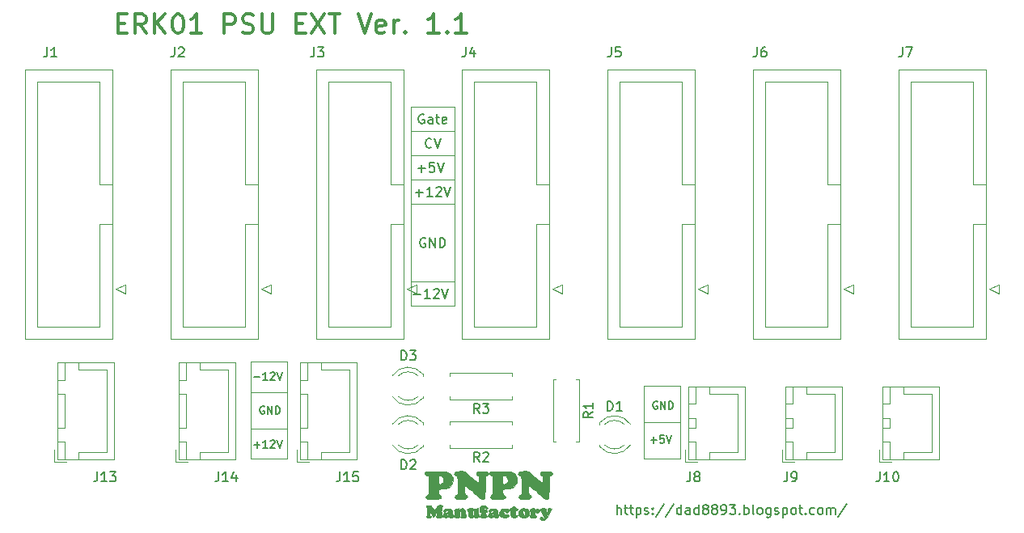
<source format=gto>
G04 #@! TF.GenerationSoftware,KiCad,Pcbnew,(5.1.6)-1*
G04 #@! TF.CreationDate,2020-12-31T13:30:19+09:00*
G04 #@! TF.ProjectId,ERK01_PSU_EXT,45524b30-315f-4505-9355-5f4558542e6b,Ver.1.1*
G04 #@! TF.SameCoordinates,Original*
G04 #@! TF.FileFunction,Legend,Top*
G04 #@! TF.FilePolarity,Positive*
%FSLAX46Y46*%
G04 Gerber Fmt 4.6, Leading zero omitted, Abs format (unit mm)*
G04 Created by KiCad (PCBNEW (5.1.6)-1) date 2020-12-31 13:30:19*
%MOMM*%
%LPD*%
G01*
G04 APERTURE LIST*
%ADD10C,0.150000*%
%ADD11C,0.300000*%
%ADD12C,0.120000*%
%ADD13C,0.010000*%
G04 APERTURE END LIST*
D10*
X157719619Y-125166380D02*
X157719619Y-124166380D01*
X158148190Y-125166380D02*
X158148190Y-124642571D01*
X158100571Y-124547333D01*
X158005333Y-124499714D01*
X157862476Y-124499714D01*
X157767238Y-124547333D01*
X157719619Y-124594952D01*
X158481523Y-124499714D02*
X158862476Y-124499714D01*
X158624380Y-124166380D02*
X158624380Y-125023523D01*
X158672000Y-125118761D01*
X158767238Y-125166380D01*
X158862476Y-125166380D01*
X159052952Y-124499714D02*
X159433904Y-124499714D01*
X159195809Y-124166380D02*
X159195809Y-125023523D01*
X159243428Y-125118761D01*
X159338666Y-125166380D01*
X159433904Y-125166380D01*
X159767238Y-124499714D02*
X159767238Y-125499714D01*
X159767238Y-124547333D02*
X159862476Y-124499714D01*
X160052952Y-124499714D01*
X160148190Y-124547333D01*
X160195809Y-124594952D01*
X160243428Y-124690190D01*
X160243428Y-124975904D01*
X160195809Y-125071142D01*
X160148190Y-125118761D01*
X160052952Y-125166380D01*
X159862476Y-125166380D01*
X159767238Y-125118761D01*
X160624380Y-125118761D02*
X160719619Y-125166380D01*
X160910095Y-125166380D01*
X161005333Y-125118761D01*
X161052952Y-125023523D01*
X161052952Y-124975904D01*
X161005333Y-124880666D01*
X160910095Y-124833047D01*
X160767238Y-124833047D01*
X160672000Y-124785428D01*
X160624380Y-124690190D01*
X160624380Y-124642571D01*
X160672000Y-124547333D01*
X160767238Y-124499714D01*
X160910095Y-124499714D01*
X161005333Y-124547333D01*
X161481523Y-125071142D02*
X161529142Y-125118761D01*
X161481523Y-125166380D01*
X161433904Y-125118761D01*
X161481523Y-125071142D01*
X161481523Y-125166380D01*
X161481523Y-124547333D02*
X161529142Y-124594952D01*
X161481523Y-124642571D01*
X161433904Y-124594952D01*
X161481523Y-124547333D01*
X161481523Y-124642571D01*
X162672000Y-124118761D02*
X161814857Y-125404476D01*
X163719619Y-124118761D02*
X162862476Y-125404476D01*
X164481523Y-125166380D02*
X164481523Y-124166380D01*
X164481523Y-125118761D02*
X164386285Y-125166380D01*
X164195809Y-125166380D01*
X164100571Y-125118761D01*
X164052952Y-125071142D01*
X164005333Y-124975904D01*
X164005333Y-124690190D01*
X164052952Y-124594952D01*
X164100571Y-124547333D01*
X164195809Y-124499714D01*
X164386285Y-124499714D01*
X164481523Y-124547333D01*
X165386285Y-125166380D02*
X165386285Y-124642571D01*
X165338666Y-124547333D01*
X165243428Y-124499714D01*
X165052952Y-124499714D01*
X164957714Y-124547333D01*
X165386285Y-125118761D02*
X165291047Y-125166380D01*
X165052952Y-125166380D01*
X164957714Y-125118761D01*
X164910095Y-125023523D01*
X164910095Y-124928285D01*
X164957714Y-124833047D01*
X165052952Y-124785428D01*
X165291047Y-124785428D01*
X165386285Y-124737809D01*
X166291047Y-125166380D02*
X166291047Y-124166380D01*
X166291047Y-125118761D02*
X166195809Y-125166380D01*
X166005333Y-125166380D01*
X165910095Y-125118761D01*
X165862476Y-125071142D01*
X165814857Y-124975904D01*
X165814857Y-124690190D01*
X165862476Y-124594952D01*
X165910095Y-124547333D01*
X166005333Y-124499714D01*
X166195809Y-124499714D01*
X166291047Y-124547333D01*
X166910095Y-124594952D02*
X166814857Y-124547333D01*
X166767238Y-124499714D01*
X166719619Y-124404476D01*
X166719619Y-124356857D01*
X166767238Y-124261619D01*
X166814857Y-124214000D01*
X166910095Y-124166380D01*
X167100571Y-124166380D01*
X167195809Y-124214000D01*
X167243428Y-124261619D01*
X167291047Y-124356857D01*
X167291047Y-124404476D01*
X167243428Y-124499714D01*
X167195809Y-124547333D01*
X167100571Y-124594952D01*
X166910095Y-124594952D01*
X166814857Y-124642571D01*
X166767238Y-124690190D01*
X166719619Y-124785428D01*
X166719619Y-124975904D01*
X166767238Y-125071142D01*
X166814857Y-125118761D01*
X166910095Y-125166380D01*
X167100571Y-125166380D01*
X167195809Y-125118761D01*
X167243428Y-125071142D01*
X167291047Y-124975904D01*
X167291047Y-124785428D01*
X167243428Y-124690190D01*
X167195809Y-124642571D01*
X167100571Y-124594952D01*
X167862476Y-124594952D02*
X167767238Y-124547333D01*
X167719619Y-124499714D01*
X167672000Y-124404476D01*
X167672000Y-124356857D01*
X167719619Y-124261619D01*
X167767238Y-124214000D01*
X167862476Y-124166380D01*
X168052952Y-124166380D01*
X168148190Y-124214000D01*
X168195809Y-124261619D01*
X168243428Y-124356857D01*
X168243428Y-124404476D01*
X168195809Y-124499714D01*
X168148190Y-124547333D01*
X168052952Y-124594952D01*
X167862476Y-124594952D01*
X167767238Y-124642571D01*
X167719619Y-124690190D01*
X167672000Y-124785428D01*
X167672000Y-124975904D01*
X167719619Y-125071142D01*
X167767238Y-125118761D01*
X167862476Y-125166380D01*
X168052952Y-125166380D01*
X168148190Y-125118761D01*
X168195809Y-125071142D01*
X168243428Y-124975904D01*
X168243428Y-124785428D01*
X168195809Y-124690190D01*
X168148190Y-124642571D01*
X168052952Y-124594952D01*
X168719619Y-125166380D02*
X168910095Y-125166380D01*
X169005333Y-125118761D01*
X169052952Y-125071142D01*
X169148190Y-124928285D01*
X169195809Y-124737809D01*
X169195809Y-124356857D01*
X169148190Y-124261619D01*
X169100571Y-124214000D01*
X169005333Y-124166380D01*
X168814857Y-124166380D01*
X168719619Y-124214000D01*
X168672000Y-124261619D01*
X168624380Y-124356857D01*
X168624380Y-124594952D01*
X168672000Y-124690190D01*
X168719619Y-124737809D01*
X168814857Y-124785428D01*
X169005333Y-124785428D01*
X169100571Y-124737809D01*
X169148190Y-124690190D01*
X169195809Y-124594952D01*
X169529142Y-124166380D02*
X170148190Y-124166380D01*
X169814857Y-124547333D01*
X169957714Y-124547333D01*
X170052952Y-124594952D01*
X170100571Y-124642571D01*
X170148190Y-124737809D01*
X170148190Y-124975904D01*
X170100571Y-125071142D01*
X170052952Y-125118761D01*
X169957714Y-125166380D01*
X169672000Y-125166380D01*
X169576761Y-125118761D01*
X169529142Y-125071142D01*
X170576761Y-125071142D02*
X170624380Y-125118761D01*
X170576761Y-125166380D01*
X170529142Y-125118761D01*
X170576761Y-125071142D01*
X170576761Y-125166380D01*
X171052952Y-125166380D02*
X171052952Y-124166380D01*
X171052952Y-124547333D02*
X171148190Y-124499714D01*
X171338666Y-124499714D01*
X171433904Y-124547333D01*
X171481523Y-124594952D01*
X171529142Y-124690190D01*
X171529142Y-124975904D01*
X171481523Y-125071142D01*
X171433904Y-125118761D01*
X171338666Y-125166380D01*
X171148190Y-125166380D01*
X171052952Y-125118761D01*
X172100571Y-125166380D02*
X172005333Y-125118761D01*
X171957714Y-125023523D01*
X171957714Y-124166380D01*
X172624380Y-125166380D02*
X172529142Y-125118761D01*
X172481523Y-125071142D01*
X172433904Y-124975904D01*
X172433904Y-124690190D01*
X172481523Y-124594952D01*
X172529142Y-124547333D01*
X172624380Y-124499714D01*
X172767238Y-124499714D01*
X172862476Y-124547333D01*
X172910095Y-124594952D01*
X172957714Y-124690190D01*
X172957714Y-124975904D01*
X172910095Y-125071142D01*
X172862476Y-125118761D01*
X172767238Y-125166380D01*
X172624380Y-125166380D01*
X173814857Y-124499714D02*
X173814857Y-125309238D01*
X173767238Y-125404476D01*
X173719619Y-125452095D01*
X173624380Y-125499714D01*
X173481523Y-125499714D01*
X173386285Y-125452095D01*
X173814857Y-125118761D02*
X173719619Y-125166380D01*
X173529142Y-125166380D01*
X173433904Y-125118761D01*
X173386285Y-125071142D01*
X173338666Y-124975904D01*
X173338666Y-124690190D01*
X173386285Y-124594952D01*
X173433904Y-124547333D01*
X173529142Y-124499714D01*
X173719619Y-124499714D01*
X173814857Y-124547333D01*
X174243428Y-125118761D02*
X174338666Y-125166380D01*
X174529142Y-125166380D01*
X174624380Y-125118761D01*
X174672000Y-125023523D01*
X174672000Y-124975904D01*
X174624380Y-124880666D01*
X174529142Y-124833047D01*
X174386285Y-124833047D01*
X174291047Y-124785428D01*
X174243428Y-124690190D01*
X174243428Y-124642571D01*
X174291047Y-124547333D01*
X174386285Y-124499714D01*
X174529142Y-124499714D01*
X174624380Y-124547333D01*
X175100571Y-124499714D02*
X175100571Y-125499714D01*
X175100571Y-124547333D02*
X175195809Y-124499714D01*
X175386285Y-124499714D01*
X175481523Y-124547333D01*
X175529142Y-124594952D01*
X175576761Y-124690190D01*
X175576761Y-124975904D01*
X175529142Y-125071142D01*
X175481523Y-125118761D01*
X175386285Y-125166380D01*
X175195809Y-125166380D01*
X175100571Y-125118761D01*
X176148190Y-125166380D02*
X176052952Y-125118761D01*
X176005333Y-125071142D01*
X175957714Y-124975904D01*
X175957714Y-124690190D01*
X176005333Y-124594952D01*
X176052952Y-124547333D01*
X176148190Y-124499714D01*
X176291047Y-124499714D01*
X176386285Y-124547333D01*
X176433904Y-124594952D01*
X176481523Y-124690190D01*
X176481523Y-124975904D01*
X176433904Y-125071142D01*
X176386285Y-125118761D01*
X176291047Y-125166380D01*
X176148190Y-125166380D01*
X176767238Y-124499714D02*
X177148190Y-124499714D01*
X176910095Y-124166380D02*
X176910095Y-125023523D01*
X176957714Y-125118761D01*
X177052952Y-125166380D01*
X177148190Y-125166380D01*
X177481523Y-125071142D02*
X177529142Y-125118761D01*
X177481523Y-125166380D01*
X177433904Y-125118761D01*
X177481523Y-125071142D01*
X177481523Y-125166380D01*
X178386285Y-125118761D02*
X178291047Y-125166380D01*
X178100571Y-125166380D01*
X178005333Y-125118761D01*
X177957714Y-125071142D01*
X177910095Y-124975904D01*
X177910095Y-124690190D01*
X177957714Y-124594952D01*
X178005333Y-124547333D01*
X178100571Y-124499714D01*
X178291047Y-124499714D01*
X178386285Y-124547333D01*
X178957714Y-125166380D02*
X178862476Y-125118761D01*
X178814857Y-125071142D01*
X178767238Y-124975904D01*
X178767238Y-124690190D01*
X178814857Y-124594952D01*
X178862476Y-124547333D01*
X178957714Y-124499714D01*
X179100571Y-124499714D01*
X179195809Y-124547333D01*
X179243428Y-124594952D01*
X179291047Y-124690190D01*
X179291047Y-124975904D01*
X179243428Y-125071142D01*
X179195809Y-125118761D01*
X179100571Y-125166380D01*
X178957714Y-125166380D01*
X179719619Y-125166380D02*
X179719619Y-124499714D01*
X179719619Y-124594952D02*
X179767238Y-124547333D01*
X179862476Y-124499714D01*
X180005333Y-124499714D01*
X180100571Y-124547333D01*
X180148190Y-124642571D01*
X180148190Y-125166380D01*
X180148190Y-124642571D02*
X180195809Y-124547333D01*
X180291047Y-124499714D01*
X180433904Y-124499714D01*
X180529142Y-124547333D01*
X180576761Y-124642571D01*
X180576761Y-125166380D01*
X181767238Y-124118761D02*
X180910095Y-125404476D01*
D11*
X105507523Y-73771142D02*
X106174190Y-73771142D01*
X106459904Y-74818761D02*
X105507523Y-74818761D01*
X105507523Y-72818761D01*
X106459904Y-72818761D01*
X108459904Y-74818761D02*
X107793238Y-73866380D01*
X107317047Y-74818761D02*
X107317047Y-72818761D01*
X108078952Y-72818761D01*
X108269428Y-72914000D01*
X108364666Y-73009238D01*
X108459904Y-73199714D01*
X108459904Y-73485428D01*
X108364666Y-73675904D01*
X108269428Y-73771142D01*
X108078952Y-73866380D01*
X107317047Y-73866380D01*
X109317047Y-74818761D02*
X109317047Y-72818761D01*
X110459904Y-74818761D02*
X109602761Y-73675904D01*
X110459904Y-72818761D02*
X109317047Y-73961619D01*
X111698000Y-72818761D02*
X111888476Y-72818761D01*
X112078952Y-72914000D01*
X112174190Y-73009238D01*
X112269428Y-73199714D01*
X112364666Y-73580666D01*
X112364666Y-74056857D01*
X112269428Y-74437809D01*
X112174190Y-74628285D01*
X112078952Y-74723523D01*
X111888476Y-74818761D01*
X111698000Y-74818761D01*
X111507523Y-74723523D01*
X111412285Y-74628285D01*
X111317047Y-74437809D01*
X111221809Y-74056857D01*
X111221809Y-73580666D01*
X111317047Y-73199714D01*
X111412285Y-73009238D01*
X111507523Y-72914000D01*
X111698000Y-72818761D01*
X114269428Y-74818761D02*
X113126571Y-74818761D01*
X113698000Y-74818761D02*
X113698000Y-72818761D01*
X113507523Y-73104476D01*
X113317047Y-73294952D01*
X113126571Y-73390190D01*
X116650380Y-74818761D02*
X116650380Y-72818761D01*
X117412285Y-72818761D01*
X117602761Y-72914000D01*
X117698000Y-73009238D01*
X117793238Y-73199714D01*
X117793238Y-73485428D01*
X117698000Y-73675904D01*
X117602761Y-73771142D01*
X117412285Y-73866380D01*
X116650380Y-73866380D01*
X118555142Y-74723523D02*
X118840857Y-74818761D01*
X119317047Y-74818761D01*
X119507523Y-74723523D01*
X119602761Y-74628285D01*
X119698000Y-74437809D01*
X119698000Y-74247333D01*
X119602761Y-74056857D01*
X119507523Y-73961619D01*
X119317047Y-73866380D01*
X118936095Y-73771142D01*
X118745619Y-73675904D01*
X118650380Y-73580666D01*
X118555142Y-73390190D01*
X118555142Y-73199714D01*
X118650380Y-73009238D01*
X118745619Y-72914000D01*
X118936095Y-72818761D01*
X119412285Y-72818761D01*
X119698000Y-72914000D01*
X120555142Y-72818761D02*
X120555142Y-74437809D01*
X120650380Y-74628285D01*
X120745619Y-74723523D01*
X120936095Y-74818761D01*
X121317047Y-74818761D01*
X121507523Y-74723523D01*
X121602761Y-74628285D01*
X121698000Y-74437809D01*
X121698000Y-72818761D01*
X124174190Y-73771142D02*
X124840857Y-73771142D01*
X125126571Y-74818761D02*
X124174190Y-74818761D01*
X124174190Y-72818761D01*
X125126571Y-72818761D01*
X125793238Y-72818761D02*
X127126571Y-74818761D01*
X127126571Y-72818761D02*
X125793238Y-74818761D01*
X127602761Y-72818761D02*
X128745619Y-72818761D01*
X128174190Y-74818761D02*
X128174190Y-72818761D01*
X130650380Y-72818761D02*
X131317047Y-74818761D01*
X131983714Y-72818761D01*
X133412285Y-74723523D02*
X133221809Y-74818761D01*
X132840857Y-74818761D01*
X132650380Y-74723523D01*
X132555142Y-74533047D01*
X132555142Y-73771142D01*
X132650380Y-73580666D01*
X132840857Y-73485428D01*
X133221809Y-73485428D01*
X133412285Y-73580666D01*
X133507523Y-73771142D01*
X133507523Y-73961619D01*
X132555142Y-74152095D01*
X134364666Y-74818761D02*
X134364666Y-73485428D01*
X134364666Y-73866380D02*
X134459904Y-73675904D01*
X134555142Y-73580666D01*
X134745619Y-73485428D01*
X134936095Y-73485428D01*
X135602761Y-74628285D02*
X135698000Y-74723523D01*
X135602761Y-74818761D01*
X135507523Y-74723523D01*
X135602761Y-74628285D01*
X135602761Y-74818761D01*
X139126571Y-74818761D02*
X137983714Y-74818761D01*
X138555142Y-74818761D02*
X138555142Y-72818761D01*
X138364666Y-73104476D01*
X138174190Y-73294952D01*
X137983714Y-73390190D01*
X139983714Y-74628285D02*
X140078952Y-74723523D01*
X139983714Y-74818761D01*
X139888476Y-74723523D01*
X139983714Y-74628285D01*
X139983714Y-74818761D01*
X141983714Y-74818761D02*
X140840857Y-74818761D01*
X141412285Y-74818761D02*
X141412285Y-72818761D01*
X141221809Y-73104476D01*
X141031333Y-73294952D01*
X140840857Y-73390190D01*
D10*
X136414095Y-102179428D02*
X137176000Y-102179428D01*
X138176000Y-102560380D02*
X137604571Y-102560380D01*
X137890285Y-102560380D02*
X137890285Y-101560380D01*
X137795047Y-101703238D01*
X137699809Y-101798476D01*
X137604571Y-101846095D01*
X138556952Y-101655619D02*
X138604571Y-101608000D01*
X138699809Y-101560380D01*
X138937904Y-101560380D01*
X139033142Y-101608000D01*
X139080761Y-101655619D01*
X139128380Y-101750857D01*
X139128380Y-101846095D01*
X139080761Y-101988952D01*
X138509333Y-102560380D01*
X139128380Y-102560380D01*
X139414095Y-101560380D02*
X139747428Y-102560380D01*
X140080761Y-101560380D01*
X137668095Y-96274000D02*
X137572857Y-96226380D01*
X137430000Y-96226380D01*
X137287142Y-96274000D01*
X137191904Y-96369238D01*
X137144285Y-96464476D01*
X137096666Y-96654952D01*
X137096666Y-96797809D01*
X137144285Y-96988285D01*
X137191904Y-97083523D01*
X137287142Y-97178761D01*
X137430000Y-97226380D01*
X137525238Y-97226380D01*
X137668095Y-97178761D01*
X137715714Y-97131142D01*
X137715714Y-96797809D01*
X137525238Y-96797809D01*
X138144285Y-97226380D02*
X138144285Y-96226380D01*
X138715714Y-97226380D01*
X138715714Y-96226380D01*
X139191904Y-97226380D02*
X139191904Y-96226380D01*
X139430000Y-96226380D01*
X139572857Y-96274000D01*
X139668095Y-96369238D01*
X139715714Y-96464476D01*
X139763333Y-96654952D01*
X139763333Y-96797809D01*
X139715714Y-96988285D01*
X139668095Y-97083523D01*
X139572857Y-97178761D01*
X139430000Y-97226380D01*
X139191904Y-97226380D01*
X136668095Y-91511428D02*
X137430000Y-91511428D01*
X137049047Y-91892380D02*
X137049047Y-91130476D01*
X138430000Y-91892380D02*
X137858571Y-91892380D01*
X138144285Y-91892380D02*
X138144285Y-90892380D01*
X138049047Y-91035238D01*
X137953809Y-91130476D01*
X137858571Y-91178095D01*
X138810952Y-90987619D02*
X138858571Y-90940000D01*
X138953809Y-90892380D01*
X139191904Y-90892380D01*
X139287142Y-90940000D01*
X139334761Y-90987619D01*
X139382380Y-91082857D01*
X139382380Y-91178095D01*
X139334761Y-91320952D01*
X138763333Y-91892380D01*
X139382380Y-91892380D01*
X139668095Y-90892380D02*
X140001428Y-91892380D01*
X140334761Y-90892380D01*
X136890285Y-88971428D02*
X137652190Y-88971428D01*
X137271238Y-89352380D02*
X137271238Y-88590476D01*
X138604571Y-88352380D02*
X138128380Y-88352380D01*
X138080761Y-88828571D01*
X138128380Y-88780952D01*
X138223619Y-88733333D01*
X138461714Y-88733333D01*
X138556952Y-88780952D01*
X138604571Y-88828571D01*
X138652190Y-88923809D01*
X138652190Y-89161904D01*
X138604571Y-89257142D01*
X138556952Y-89304761D01*
X138461714Y-89352380D01*
X138223619Y-89352380D01*
X138128380Y-89304761D01*
X138080761Y-89257142D01*
X138937904Y-88352380D02*
X139271238Y-89352380D01*
X139604571Y-88352380D01*
X138310952Y-86717142D02*
X138263333Y-86764761D01*
X138120476Y-86812380D01*
X138025238Y-86812380D01*
X137882380Y-86764761D01*
X137787142Y-86669523D01*
X137739523Y-86574285D01*
X137691904Y-86383809D01*
X137691904Y-86240952D01*
X137739523Y-86050476D01*
X137787142Y-85955238D01*
X137882380Y-85860000D01*
X138025238Y-85812380D01*
X138120476Y-85812380D01*
X138263333Y-85860000D01*
X138310952Y-85907619D01*
X138596666Y-85812380D02*
X138930000Y-86812380D01*
X139263333Y-85812380D01*
X137525238Y-83320000D02*
X137430000Y-83272380D01*
X137287142Y-83272380D01*
X137144285Y-83320000D01*
X137049047Y-83415238D01*
X137001428Y-83510476D01*
X136953809Y-83700952D01*
X136953809Y-83843809D01*
X137001428Y-84034285D01*
X137049047Y-84129523D01*
X137144285Y-84224761D01*
X137287142Y-84272380D01*
X137382380Y-84272380D01*
X137525238Y-84224761D01*
X137572857Y-84177142D01*
X137572857Y-83843809D01*
X137382380Y-83843809D01*
X138430000Y-84272380D02*
X138430000Y-83748571D01*
X138382380Y-83653333D01*
X138287142Y-83605714D01*
X138096666Y-83605714D01*
X138001428Y-83653333D01*
X138430000Y-84224761D02*
X138334761Y-84272380D01*
X138096666Y-84272380D01*
X138001428Y-84224761D01*
X137953809Y-84129523D01*
X137953809Y-84034285D01*
X138001428Y-83939047D01*
X138096666Y-83891428D01*
X138334761Y-83891428D01*
X138430000Y-83843809D01*
X138763333Y-83605714D02*
X139144285Y-83605714D01*
X138906190Y-83272380D02*
X138906190Y-84129523D01*
X138953809Y-84224761D01*
X139049047Y-84272380D01*
X139144285Y-84272380D01*
X139858571Y-84224761D02*
X139763333Y-84272380D01*
X139572857Y-84272380D01*
X139477619Y-84224761D01*
X139430000Y-84129523D01*
X139430000Y-83748571D01*
X139477619Y-83653333D01*
X139572857Y-83605714D01*
X139763333Y-83605714D01*
X139858571Y-83653333D01*
X139906190Y-83748571D01*
X139906190Y-83843809D01*
X139430000Y-83939047D01*
D12*
X140716000Y-100838000D02*
X136144000Y-100838000D01*
X140716000Y-92710000D02*
X136144000Y-92710000D01*
X140716000Y-90170000D02*
X136144000Y-90170000D01*
X140716000Y-87630000D02*
X136144000Y-87630000D01*
X136144000Y-85090000D02*
X136652000Y-85090000D01*
X140716000Y-85090000D02*
X136144000Y-85090000D01*
X136144000Y-103378000D02*
X136144000Y-82550000D01*
X140716000Y-103378000D02*
X136144000Y-103378000D01*
X140716000Y-82550000D02*
X140716000Y-103378000D01*
X136144000Y-82550000D02*
X140716000Y-82550000D01*
D10*
X161277428Y-117405142D02*
X161886952Y-117405142D01*
X161582190Y-117709904D02*
X161582190Y-117100380D01*
X162648857Y-116909904D02*
X162267904Y-116909904D01*
X162229809Y-117290857D01*
X162267904Y-117252761D01*
X162344095Y-117214666D01*
X162534571Y-117214666D01*
X162610761Y-117252761D01*
X162648857Y-117290857D01*
X162686952Y-117367047D01*
X162686952Y-117557523D01*
X162648857Y-117633714D01*
X162610761Y-117671809D01*
X162534571Y-117709904D01*
X162344095Y-117709904D01*
X162267904Y-117671809D01*
X162229809Y-117633714D01*
X162915523Y-116909904D02*
X163182190Y-117709904D01*
X163448857Y-116909904D01*
X161950476Y-113392000D02*
X161874285Y-113353904D01*
X161760000Y-113353904D01*
X161645714Y-113392000D01*
X161569523Y-113468190D01*
X161531428Y-113544380D01*
X161493333Y-113696761D01*
X161493333Y-113811047D01*
X161531428Y-113963428D01*
X161569523Y-114039619D01*
X161645714Y-114115809D01*
X161760000Y-114153904D01*
X161836190Y-114153904D01*
X161950476Y-114115809D01*
X161988571Y-114077714D01*
X161988571Y-113811047D01*
X161836190Y-113811047D01*
X162331428Y-114153904D02*
X162331428Y-113353904D01*
X162788571Y-114153904D01*
X162788571Y-113353904D01*
X163169523Y-114153904D02*
X163169523Y-113353904D01*
X163360000Y-113353904D01*
X163474285Y-113392000D01*
X163550476Y-113468190D01*
X163588571Y-113544380D01*
X163626666Y-113696761D01*
X163626666Y-113811047D01*
X163588571Y-113963428D01*
X163550476Y-114039619D01*
X163474285Y-114115809D01*
X163360000Y-114153904D01*
X163169523Y-114153904D01*
D12*
X164338000Y-115570000D02*
X160528000Y-115570000D01*
X164338000Y-119380000D02*
X164338000Y-111760000D01*
X160528000Y-119380000D02*
X164338000Y-119380000D01*
X160528000Y-111760000D02*
X160528000Y-119380000D01*
X164338000Y-111760000D02*
X160528000Y-111760000D01*
D10*
X119748476Y-117913142D02*
X120358000Y-117913142D01*
X120053238Y-118217904D02*
X120053238Y-117608380D01*
X121158000Y-118217904D02*
X120700857Y-118217904D01*
X120929428Y-118217904D02*
X120929428Y-117417904D01*
X120853238Y-117532190D01*
X120777047Y-117608380D01*
X120700857Y-117646476D01*
X121462761Y-117494095D02*
X121500857Y-117456000D01*
X121577047Y-117417904D01*
X121767523Y-117417904D01*
X121843714Y-117456000D01*
X121881809Y-117494095D01*
X121919904Y-117570285D01*
X121919904Y-117646476D01*
X121881809Y-117760761D01*
X121424666Y-118217904D01*
X121919904Y-118217904D01*
X122148476Y-117417904D02*
X122415142Y-118217904D01*
X122681809Y-117417904D01*
X120802476Y-113900000D02*
X120726285Y-113861904D01*
X120612000Y-113861904D01*
X120497714Y-113900000D01*
X120421523Y-113976190D01*
X120383428Y-114052380D01*
X120345333Y-114204761D01*
X120345333Y-114319047D01*
X120383428Y-114471428D01*
X120421523Y-114547619D01*
X120497714Y-114623809D01*
X120612000Y-114661904D01*
X120688190Y-114661904D01*
X120802476Y-114623809D01*
X120840571Y-114585714D01*
X120840571Y-114319047D01*
X120688190Y-114319047D01*
X121183428Y-114661904D02*
X121183428Y-113861904D01*
X121640571Y-114661904D01*
X121640571Y-113861904D01*
X122021523Y-114661904D02*
X122021523Y-113861904D01*
X122212000Y-113861904D01*
X122326285Y-113900000D01*
X122402476Y-113976190D01*
X122440571Y-114052380D01*
X122478666Y-114204761D01*
X122478666Y-114319047D01*
X122440571Y-114471428D01*
X122402476Y-114547619D01*
X122326285Y-114623809D01*
X122212000Y-114661904D01*
X122021523Y-114661904D01*
X119748476Y-110801142D02*
X120358000Y-110801142D01*
X121158000Y-111105904D02*
X120700857Y-111105904D01*
X120929428Y-111105904D02*
X120929428Y-110305904D01*
X120853238Y-110420190D01*
X120777047Y-110496380D01*
X120700857Y-110534476D01*
X121462761Y-110382095D02*
X121500857Y-110344000D01*
X121577047Y-110305904D01*
X121767523Y-110305904D01*
X121843714Y-110344000D01*
X121881809Y-110382095D01*
X121919904Y-110458285D01*
X121919904Y-110534476D01*
X121881809Y-110648761D01*
X121424666Y-111105904D01*
X121919904Y-111105904D01*
X122148476Y-110305904D02*
X122415142Y-111105904D01*
X122681809Y-110305904D01*
D12*
X119380000Y-116205000D02*
X123190000Y-116205000D01*
X119380000Y-112395000D02*
X123190000Y-112395000D01*
X119380000Y-119380000D02*
X119380000Y-109220000D01*
X123190000Y-119380000D02*
X119380000Y-119380000D01*
X123190000Y-109220000D02*
X123190000Y-119380000D01*
X119380000Y-109220000D02*
X123190000Y-109220000D01*
D13*
G04 #@! TO.C,G\u002A\u002A\u002A*
G36*
X150827999Y-124563306D02*
G01*
X150878377Y-124615400D01*
X150850237Y-124695210D01*
X150794965Y-124753690D01*
X150705409Y-124865915D01*
X150613009Y-125038738D01*
X150555903Y-125177076D01*
X150435103Y-125439724D01*
X150295185Y-125633910D01*
X150141227Y-125755461D01*
X149978308Y-125800205D01*
X149831018Y-125772511D01*
X149736147Y-125705362D01*
X149692464Y-125648691D01*
X149670957Y-125571081D01*
X149711625Y-125498358D01*
X149732030Y-125476970D01*
X149822378Y-125405110D01*
X149891702Y-125407677D01*
X149962706Y-125486601D01*
X149969726Y-125497167D01*
X150040278Y-125581099D01*
X150092072Y-125598194D01*
X150113886Y-125545242D01*
X150114000Y-125538443D01*
X150093823Y-125461548D01*
X150040954Y-125334913D01*
X149966886Y-125181022D01*
X149883110Y-125022356D01*
X149801121Y-124881399D01*
X149732411Y-124780635D01*
X149717874Y-124763505D01*
X149658344Y-124692937D01*
X149655090Y-124651568D01*
X149706366Y-124606932D01*
X149709341Y-124604755D01*
X149803030Y-124569484D01*
X149943911Y-124549750D01*
X150096364Y-124546958D01*
X150224767Y-124562511D01*
X150277280Y-124582363D01*
X150314527Y-124649596D01*
X150308832Y-124700352D01*
X150308541Y-124788279D01*
X150347390Y-124868168D01*
X150406259Y-124912156D01*
X150450047Y-124906119D01*
X150483573Y-124837180D01*
X150476639Y-124735230D01*
X150472588Y-124629618D01*
X150518908Y-124570493D01*
X150628703Y-124546758D01*
X150701663Y-124544667D01*
X150827999Y-124563306D01*
G37*
X150827999Y-124563306D02*
X150878377Y-124615400D01*
X150850237Y-124695210D01*
X150794965Y-124753690D01*
X150705409Y-124865915D01*
X150613009Y-125038738D01*
X150555903Y-125177076D01*
X150435103Y-125439724D01*
X150295185Y-125633910D01*
X150141227Y-125755461D01*
X149978308Y-125800205D01*
X149831018Y-125772511D01*
X149736147Y-125705362D01*
X149692464Y-125648691D01*
X149670957Y-125571081D01*
X149711625Y-125498358D01*
X149732030Y-125476970D01*
X149822378Y-125405110D01*
X149891702Y-125407677D01*
X149962706Y-125486601D01*
X149969726Y-125497167D01*
X150040278Y-125581099D01*
X150092072Y-125598194D01*
X150113886Y-125545242D01*
X150114000Y-125538443D01*
X150093823Y-125461548D01*
X150040954Y-125334913D01*
X149966886Y-125181022D01*
X149883110Y-125022356D01*
X149801121Y-124881399D01*
X149732411Y-124780635D01*
X149717874Y-124763505D01*
X149658344Y-124692937D01*
X149655090Y-124651568D01*
X149706366Y-124606932D01*
X149709341Y-124604755D01*
X149803030Y-124569484D01*
X149943911Y-124549750D01*
X150096364Y-124546958D01*
X150224767Y-124562511D01*
X150277280Y-124582363D01*
X150314527Y-124649596D01*
X150308832Y-124700352D01*
X150308541Y-124788279D01*
X150347390Y-124868168D01*
X150406259Y-124912156D01*
X150450047Y-124906119D01*
X150483573Y-124837180D01*
X150476639Y-124735230D01*
X150472588Y-124629618D01*
X150518908Y-124570493D01*
X150628703Y-124546758D01*
X150701663Y-124544667D01*
X150827999Y-124563306D01*
G36*
X139273874Y-124212472D02*
G01*
X139369035Y-124228379D01*
X139379038Y-124231696D01*
X139436381Y-124290973D01*
X139437182Y-124380644D01*
X139393084Y-124453682D01*
X139362438Y-124529082D01*
X139345471Y-124663330D01*
X139341336Y-124831861D01*
X139349189Y-125010110D01*
X139368184Y-125173512D01*
X139397475Y-125297503D01*
X139423862Y-125347927D01*
X139470676Y-125409754D01*
X139453337Y-125447106D01*
X139409962Y-125472631D01*
X139311057Y-125501996D01*
X139173153Y-125515984D01*
X139026070Y-125514967D01*
X138899627Y-125499315D01*
X138823644Y-125469397D01*
X138819684Y-125465296D01*
X138802128Y-125394592D01*
X138835667Y-125330205D01*
X138874783Y-125244692D01*
X138893883Y-125140303D01*
X138892416Y-125044478D01*
X138869828Y-124984660D01*
X138842750Y-124978339D01*
X138797771Y-125023276D01*
X138733694Y-125122813D01*
X138674146Y-125235867D01*
X138607609Y-125360736D01*
X138549145Y-125447572D01*
X138515001Y-125476000D01*
X138476383Y-125440724D01*
X138415054Y-125347742D01*
X138343561Y-125216327D01*
X138335852Y-125200833D01*
X138265430Y-125066642D01*
X138205921Y-124968684D01*
X138169102Y-124926140D01*
X138166914Y-124925667D01*
X138139684Y-124961776D01*
X138130291Y-125050035D01*
X138136505Y-125160339D01*
X138156092Y-125262585D01*
X138186821Y-125326667D01*
X138197167Y-125333691D01*
X138254466Y-125387664D01*
X138244190Y-125455262D01*
X138193704Y-125492637D01*
X138080889Y-125516759D01*
X137952452Y-125518283D01*
X137839495Y-125499893D01*
X137773119Y-125464274D01*
X137768393Y-125455921D01*
X137776112Y-125379490D01*
X137812055Y-125325897D01*
X137849844Y-125243674D01*
X137874000Y-125102946D01*
X137884571Y-124928761D01*
X137881605Y-124746169D01*
X137865149Y-124580217D01*
X137835250Y-124455955D01*
X137810324Y-124411211D01*
X137764841Y-124325093D01*
X137795779Y-124260114D01*
X137896412Y-124221454D01*
X138060012Y-124214294D01*
X138065606Y-124214607D01*
X138180015Y-124224172D01*
X138255992Y-124247496D01*
X138316812Y-124301346D01*
X138385749Y-124402487D01*
X138432088Y-124478601D01*
X138513938Y-124606424D01*
X138583693Y-124701711D01*
X138626503Y-124744210D01*
X138626999Y-124744388D01*
X138668214Y-124718220D01*
X138723262Y-124635498D01*
X138749562Y-124582428D01*
X138842902Y-124398040D01*
X138930906Y-124282722D01*
X139027723Y-124223151D01*
X139147501Y-124206002D01*
X139149277Y-124206000D01*
X139273874Y-124212472D01*
G37*
X139273874Y-124212472D02*
X139369035Y-124228379D01*
X139379038Y-124231696D01*
X139436381Y-124290973D01*
X139437182Y-124380644D01*
X139393084Y-124453682D01*
X139362438Y-124529082D01*
X139345471Y-124663330D01*
X139341336Y-124831861D01*
X139349189Y-125010110D01*
X139368184Y-125173512D01*
X139397475Y-125297503D01*
X139423862Y-125347927D01*
X139470676Y-125409754D01*
X139453337Y-125447106D01*
X139409962Y-125472631D01*
X139311057Y-125501996D01*
X139173153Y-125515984D01*
X139026070Y-125514967D01*
X138899627Y-125499315D01*
X138823644Y-125469397D01*
X138819684Y-125465296D01*
X138802128Y-125394592D01*
X138835667Y-125330205D01*
X138874783Y-125244692D01*
X138893883Y-125140303D01*
X138892416Y-125044478D01*
X138869828Y-124984660D01*
X138842750Y-124978339D01*
X138797771Y-125023276D01*
X138733694Y-125122813D01*
X138674146Y-125235867D01*
X138607609Y-125360736D01*
X138549145Y-125447572D01*
X138515001Y-125476000D01*
X138476383Y-125440724D01*
X138415054Y-125347742D01*
X138343561Y-125216327D01*
X138335852Y-125200833D01*
X138265430Y-125066642D01*
X138205921Y-124968684D01*
X138169102Y-124926140D01*
X138166914Y-124925667D01*
X138139684Y-124961776D01*
X138130291Y-125050035D01*
X138136505Y-125160339D01*
X138156092Y-125262585D01*
X138186821Y-125326667D01*
X138197167Y-125333691D01*
X138254466Y-125387664D01*
X138244190Y-125455262D01*
X138193704Y-125492637D01*
X138080889Y-125516759D01*
X137952452Y-125518283D01*
X137839495Y-125499893D01*
X137773119Y-125464274D01*
X137768393Y-125455921D01*
X137776112Y-125379490D01*
X137812055Y-125325897D01*
X137849844Y-125243674D01*
X137874000Y-125102946D01*
X137884571Y-124928761D01*
X137881605Y-124746169D01*
X137865149Y-124580217D01*
X137835250Y-124455955D01*
X137810324Y-124411211D01*
X137764841Y-124325093D01*
X137795779Y-124260114D01*
X137896412Y-124221454D01*
X138060012Y-124214294D01*
X138065606Y-124214607D01*
X138180015Y-124224172D01*
X138255992Y-124247496D01*
X138316812Y-124301346D01*
X138385749Y-124402487D01*
X138432088Y-124478601D01*
X138513938Y-124606424D01*
X138583693Y-124701711D01*
X138626503Y-124744210D01*
X138626999Y-124744388D01*
X138668214Y-124718220D01*
X138723262Y-124635498D01*
X138749562Y-124582428D01*
X138842902Y-124398040D01*
X138930906Y-124282722D01*
X139027723Y-124223151D01*
X139147501Y-124206002D01*
X139149277Y-124206000D01*
X139273874Y-124212472D01*
G36*
X140284199Y-124583260D02*
G01*
X140407894Y-124642783D01*
X140477306Y-124756010D01*
X140503330Y-124934281D01*
X140504334Y-124991753D01*
X140512663Y-125140702D01*
X140541427Y-125226955D01*
X140578417Y-125262109D01*
X140620574Y-125296625D01*
X140610781Y-125336569D01*
X140542254Y-125404747D01*
X140533723Y-125412379D01*
X140401513Y-125495596D01*
X140274560Y-125515019D01*
X140175282Y-125468681D01*
X140115008Y-125440218D01*
X140023478Y-125465613D01*
X140016657Y-125468681D01*
X139836963Y-125515372D01*
X139681139Y-125480855D01*
X139592243Y-125414424D01*
X139512408Y-125321837D01*
X139497176Y-125248023D01*
X139513036Y-125219873D01*
X139920530Y-125219873D01*
X139963708Y-125288141D01*
X140016172Y-125306667D01*
X140068619Y-125270008D01*
X140081000Y-125200833D01*
X140055096Y-125119263D01*
X139996772Y-125092972D01*
X139935110Y-125133925D01*
X139931581Y-125139360D01*
X139920530Y-125219873D01*
X139513036Y-125219873D01*
X139545792Y-125161736D01*
X139584980Y-125114363D01*
X139690844Y-125028995D01*
X139838829Y-124985142D01*
X139881314Y-124979496D01*
X140003248Y-124960619D01*
X140062338Y-124931169D01*
X140080351Y-124877612D01*
X140081000Y-124855332D01*
X140055948Y-124758731D01*
X139988614Y-124728968D01*
X139890731Y-124767682D01*
X139827000Y-124819833D01*
X139720180Y-124895761D01*
X139634405Y-124909630D01*
X139584783Y-124863351D01*
X139580614Y-124788669D01*
X139635361Y-124690195D01*
X139760544Y-124617235D01*
X139944439Y-124574860D01*
X140095324Y-124566101D01*
X140284199Y-124583260D01*
G37*
X140284199Y-124583260D02*
X140407894Y-124642783D01*
X140477306Y-124756010D01*
X140503330Y-124934281D01*
X140504334Y-124991753D01*
X140512663Y-125140702D01*
X140541427Y-125226955D01*
X140578417Y-125262109D01*
X140620574Y-125296625D01*
X140610781Y-125336569D01*
X140542254Y-125404747D01*
X140533723Y-125412379D01*
X140401513Y-125495596D01*
X140274560Y-125515019D01*
X140175282Y-125468681D01*
X140115008Y-125440218D01*
X140023478Y-125465613D01*
X140016657Y-125468681D01*
X139836963Y-125515372D01*
X139681139Y-125480855D01*
X139592243Y-125414424D01*
X139512408Y-125321837D01*
X139497176Y-125248023D01*
X139513036Y-125219873D01*
X139920530Y-125219873D01*
X139963708Y-125288141D01*
X140016172Y-125306667D01*
X140068619Y-125270008D01*
X140081000Y-125200833D01*
X140055096Y-125119263D01*
X139996772Y-125092972D01*
X139935110Y-125133925D01*
X139931581Y-125139360D01*
X139920530Y-125219873D01*
X139513036Y-125219873D01*
X139545792Y-125161736D01*
X139584980Y-125114363D01*
X139690844Y-125028995D01*
X139838829Y-124985142D01*
X139881314Y-124979496D01*
X140003248Y-124960619D01*
X140062338Y-124931169D01*
X140080351Y-124877612D01*
X140081000Y-124855332D01*
X140055948Y-124758731D01*
X139988614Y-124728968D01*
X139890731Y-124767682D01*
X139827000Y-124819833D01*
X139720180Y-124895761D01*
X139634405Y-124909630D01*
X139584783Y-124863351D01*
X139580614Y-124788669D01*
X139635361Y-124690195D01*
X139760544Y-124617235D01*
X139944439Y-124574860D01*
X140095324Y-124566101D01*
X140284199Y-124583260D01*
G36*
X141690030Y-124582050D02*
G01*
X141794708Y-124687426D01*
X141851229Y-124850635D01*
X141859000Y-124953902D01*
X141873845Y-125110612D01*
X141910517Y-125260994D01*
X141920226Y-125286587D01*
X141956467Y-125385135D01*
X141953171Y-125437218D01*
X141907434Y-125472705D01*
X141901843Y-125475727D01*
X141801113Y-125504257D01*
X141661259Y-125516159D01*
X141519960Y-125511057D01*
X141414898Y-125488577D01*
X141399546Y-125480735D01*
X141364224Y-125432441D01*
X141388963Y-125357167D01*
X141423512Y-125245008D01*
X141434973Y-125103812D01*
X141424296Y-124966337D01*
X141392432Y-124865341D01*
X141374021Y-124842539D01*
X141300005Y-124806771D01*
X141252235Y-124846166D01*
X141229621Y-124962908D01*
X141229667Y-125131462D01*
X141231553Y-125283363D01*
X141223894Y-125404521D01*
X141209584Y-125465417D01*
X141148990Y-125497104D01*
X141036642Y-125514086D01*
X140904287Y-125515640D01*
X140783674Y-125501044D01*
X140716000Y-125476643D01*
X140675303Y-125431876D01*
X140696104Y-125366376D01*
X140705417Y-125350866D01*
X140742640Y-125244463D01*
X140757709Y-125103115D01*
X140751265Y-124958779D01*
X140723953Y-124843406D01*
X140694311Y-124798233D01*
X140656603Y-124732989D01*
X140701372Y-124670928D01*
X140826435Y-124614187D01*
X140905360Y-124591703D01*
X141052026Y-124557555D01*
X141135143Y-124549560D01*
X141172431Y-124570131D01*
X141181612Y-124621682D01*
X141181667Y-124629333D01*
X141196671Y-124698164D01*
X141217439Y-124714000D01*
X141269694Y-124685693D01*
X141329834Y-124629333D01*
X141442644Y-124560646D01*
X141544989Y-124544667D01*
X141690030Y-124582050D01*
G37*
X141690030Y-124582050D02*
X141794708Y-124687426D01*
X141851229Y-124850635D01*
X141859000Y-124953902D01*
X141873845Y-125110612D01*
X141910517Y-125260994D01*
X141920226Y-125286587D01*
X141956467Y-125385135D01*
X141953171Y-125437218D01*
X141907434Y-125472705D01*
X141901843Y-125475727D01*
X141801113Y-125504257D01*
X141661259Y-125516159D01*
X141519960Y-125511057D01*
X141414898Y-125488577D01*
X141399546Y-125480735D01*
X141364224Y-125432441D01*
X141388963Y-125357167D01*
X141423512Y-125245008D01*
X141434973Y-125103812D01*
X141424296Y-124966337D01*
X141392432Y-124865341D01*
X141374021Y-124842539D01*
X141300005Y-124806771D01*
X141252235Y-124846166D01*
X141229621Y-124962908D01*
X141229667Y-125131462D01*
X141231553Y-125283363D01*
X141223894Y-125404521D01*
X141209584Y-125465417D01*
X141148990Y-125497104D01*
X141036642Y-125514086D01*
X140904287Y-125515640D01*
X140783674Y-125501044D01*
X140716000Y-125476643D01*
X140675303Y-125431876D01*
X140696104Y-125366376D01*
X140705417Y-125350866D01*
X140742640Y-125244463D01*
X140757709Y-125103115D01*
X140751265Y-124958779D01*
X140723953Y-124843406D01*
X140694311Y-124798233D01*
X140656603Y-124732989D01*
X140701372Y-124670928D01*
X140826435Y-124614187D01*
X140905360Y-124591703D01*
X141052026Y-124557555D01*
X141135143Y-124549560D01*
X141172431Y-124570131D01*
X141181612Y-124621682D01*
X141181667Y-124629333D01*
X141196671Y-124698164D01*
X141217439Y-124714000D01*
X141269694Y-124685693D01*
X141329834Y-124629333D01*
X141442644Y-124560646D01*
X141544989Y-124544667D01*
X141690030Y-124582050D01*
G36*
X143945449Y-124261609D02*
G01*
X144084005Y-124306284D01*
X144165230Y-124385150D01*
X144179344Y-124473259D01*
X144133801Y-124553129D01*
X144040760Y-124579114D01*
X143920424Y-124548171D01*
X143870163Y-124519823D01*
X143770032Y-124474691D01*
X143716232Y-124490835D01*
X143715524Y-124540116D01*
X143772420Y-124603978D01*
X143865630Y-124666262D01*
X143973870Y-124710810D01*
X144018555Y-124720325D01*
X144104712Y-124759419D01*
X144142079Y-124826923D01*
X144126129Y-124894288D01*
X144052336Y-124932966D01*
X144052265Y-124932976D01*
X143984145Y-124957983D01*
X143960684Y-125023879D01*
X143960776Y-125084726D01*
X144005302Y-125234167D01*
X144066609Y-125306948D01*
X144132597Y-125368378D01*
X144136859Y-125407437D01*
X144083992Y-125454805D01*
X143985847Y-125493864D01*
X143837259Y-125514746D01*
X143670545Y-125517161D01*
X143518018Y-125500815D01*
X143411994Y-125465417D01*
X143405346Y-125460930D01*
X143333305Y-125425559D01*
X143255193Y-125442174D01*
X143217338Y-125460669D01*
X143090475Y-125504791D01*
X142960150Y-125516802D01*
X142854825Y-125497211D01*
X142805059Y-125453314D01*
X142778824Y-125411885D01*
X142732214Y-125421773D01*
X142680877Y-125453314D01*
X142533341Y-125509997D01*
X142379112Y-125506381D01*
X142250959Y-125443927D01*
X142240000Y-125433667D01*
X142187899Y-125358476D01*
X142161896Y-125250128D01*
X142155334Y-125098024D01*
X142143592Y-124915492D01*
X142106842Y-124803745D01*
X142087722Y-124779436D01*
X142041350Y-124697355D01*
X142072193Y-124628679D01*
X142173277Y-124577843D01*
X142337626Y-124549280D01*
X142456959Y-124544667D01*
X142578667Y-124544667D01*
X142578667Y-124878150D01*
X142588533Y-125091995D01*
X142617557Y-125229098D01*
X142664876Y-125287454D01*
X142729629Y-125265056D01*
X142740541Y-125254859D01*
X142776788Y-125171846D01*
X142789413Y-125043185D01*
X142779461Y-124904219D01*
X142747976Y-124790295D01*
X142725766Y-124755153D01*
X142683410Y-124694247D01*
X142705135Y-124648421D01*
X142727170Y-124629054D01*
X142806836Y-124592841D01*
X142933908Y-124563244D01*
X143003405Y-124554098D01*
X143213667Y-124533894D01*
X143213667Y-124893930D01*
X143221077Y-125111375D01*
X143245688Y-125252337D01*
X143291071Y-125323893D01*
X143360797Y-125333123D01*
X143422627Y-125308115D01*
X143483899Y-125240957D01*
X143514297Y-125140578D01*
X143513619Y-125035566D01*
X143481664Y-124954509D01*
X143425334Y-124925667D01*
X143354581Y-124895732D01*
X143340667Y-124841000D01*
X143358602Y-124772213D01*
X143383500Y-124756333D01*
X143406840Y-124718791D01*
X143403963Y-124618242D01*
X143400857Y-124597009D01*
X143405127Y-124450123D01*
X143475387Y-124346686D01*
X143616242Y-124282386D01*
X143762883Y-124258007D01*
X143945449Y-124261609D01*
G37*
X143945449Y-124261609D02*
X144084005Y-124306284D01*
X144165230Y-124385150D01*
X144179344Y-124473259D01*
X144133801Y-124553129D01*
X144040760Y-124579114D01*
X143920424Y-124548171D01*
X143870163Y-124519823D01*
X143770032Y-124474691D01*
X143716232Y-124490835D01*
X143715524Y-124540116D01*
X143772420Y-124603978D01*
X143865630Y-124666262D01*
X143973870Y-124710810D01*
X144018555Y-124720325D01*
X144104712Y-124759419D01*
X144142079Y-124826923D01*
X144126129Y-124894288D01*
X144052336Y-124932966D01*
X144052265Y-124932976D01*
X143984145Y-124957983D01*
X143960684Y-125023879D01*
X143960776Y-125084726D01*
X144005302Y-125234167D01*
X144066609Y-125306948D01*
X144132597Y-125368378D01*
X144136859Y-125407437D01*
X144083992Y-125454805D01*
X143985847Y-125493864D01*
X143837259Y-125514746D01*
X143670545Y-125517161D01*
X143518018Y-125500815D01*
X143411994Y-125465417D01*
X143405346Y-125460930D01*
X143333305Y-125425559D01*
X143255193Y-125442174D01*
X143217338Y-125460669D01*
X143090475Y-125504791D01*
X142960150Y-125516802D01*
X142854825Y-125497211D01*
X142805059Y-125453314D01*
X142778824Y-125411885D01*
X142732214Y-125421773D01*
X142680877Y-125453314D01*
X142533341Y-125509997D01*
X142379112Y-125506381D01*
X142250959Y-125443927D01*
X142240000Y-125433667D01*
X142187899Y-125358476D01*
X142161896Y-125250128D01*
X142155334Y-125098024D01*
X142143592Y-124915492D01*
X142106842Y-124803745D01*
X142087722Y-124779436D01*
X142041350Y-124697355D01*
X142072193Y-124628679D01*
X142173277Y-124577843D01*
X142337626Y-124549280D01*
X142456959Y-124544667D01*
X142578667Y-124544667D01*
X142578667Y-124878150D01*
X142588533Y-125091995D01*
X142617557Y-125229098D01*
X142664876Y-125287454D01*
X142729629Y-125265056D01*
X142740541Y-125254859D01*
X142776788Y-125171846D01*
X142789413Y-125043185D01*
X142779461Y-124904219D01*
X142747976Y-124790295D01*
X142725766Y-124755153D01*
X142683410Y-124694247D01*
X142705135Y-124648421D01*
X142727170Y-124629054D01*
X142806836Y-124592841D01*
X142933908Y-124563244D01*
X143003405Y-124554098D01*
X143213667Y-124533894D01*
X143213667Y-124893930D01*
X143221077Y-125111375D01*
X143245688Y-125252337D01*
X143291071Y-125323893D01*
X143360797Y-125333123D01*
X143422627Y-125308115D01*
X143483899Y-125240957D01*
X143514297Y-125140578D01*
X143513619Y-125035566D01*
X143481664Y-124954509D01*
X143425334Y-124925667D01*
X143354581Y-124895732D01*
X143340667Y-124841000D01*
X143358602Y-124772213D01*
X143383500Y-124756333D01*
X143406840Y-124718791D01*
X143403963Y-124618242D01*
X143400857Y-124597009D01*
X143405127Y-124450123D01*
X143475387Y-124346686D01*
X143616242Y-124282386D01*
X143762883Y-124258007D01*
X143945449Y-124261609D01*
G36*
X145025532Y-124583260D02*
G01*
X145149227Y-124642783D01*
X145218639Y-124756010D01*
X145244663Y-124934281D01*
X145245667Y-124991753D01*
X145253996Y-125140702D01*
X145282761Y-125226955D01*
X145319750Y-125262109D01*
X145361908Y-125296625D01*
X145352114Y-125336569D01*
X145283587Y-125404747D01*
X145275056Y-125412379D01*
X145142847Y-125495596D01*
X145015893Y-125515019D01*
X144916615Y-125468681D01*
X144856341Y-125440218D01*
X144764811Y-125465613D01*
X144757990Y-125468681D01*
X144578296Y-125515372D01*
X144422472Y-125480855D01*
X144333576Y-125414424D01*
X144253741Y-125321837D01*
X144238510Y-125248023D01*
X144254370Y-125219873D01*
X144661863Y-125219873D01*
X144705042Y-125288141D01*
X144757505Y-125306667D01*
X144809952Y-125270008D01*
X144822334Y-125200833D01*
X144796429Y-125119263D01*
X144738105Y-125092972D01*
X144676444Y-125133925D01*
X144672914Y-125139360D01*
X144661863Y-125219873D01*
X144254370Y-125219873D01*
X144287126Y-125161736D01*
X144326314Y-125114363D01*
X144432177Y-125028995D01*
X144580162Y-124985142D01*
X144622647Y-124979496D01*
X144744582Y-124960619D01*
X144803671Y-124931169D01*
X144821684Y-124877612D01*
X144822334Y-124855332D01*
X144797281Y-124758731D01*
X144729947Y-124728968D01*
X144632065Y-124767682D01*
X144568334Y-124819833D01*
X144461514Y-124895761D01*
X144375738Y-124909630D01*
X144326117Y-124863351D01*
X144321948Y-124788669D01*
X144376694Y-124690195D01*
X144501877Y-124617235D01*
X144685772Y-124574860D01*
X144836657Y-124566101D01*
X145025532Y-124583260D01*
G37*
X145025532Y-124583260D02*
X145149227Y-124642783D01*
X145218639Y-124756010D01*
X145244663Y-124934281D01*
X145245667Y-124991753D01*
X145253996Y-125140702D01*
X145282761Y-125226955D01*
X145319750Y-125262109D01*
X145361908Y-125296625D01*
X145352114Y-125336569D01*
X145283587Y-125404747D01*
X145275056Y-125412379D01*
X145142847Y-125495596D01*
X145015893Y-125515019D01*
X144916615Y-125468681D01*
X144856341Y-125440218D01*
X144764811Y-125465613D01*
X144757990Y-125468681D01*
X144578296Y-125515372D01*
X144422472Y-125480855D01*
X144333576Y-125414424D01*
X144253741Y-125321837D01*
X144238510Y-125248023D01*
X144254370Y-125219873D01*
X144661863Y-125219873D01*
X144705042Y-125288141D01*
X144757505Y-125306667D01*
X144809952Y-125270008D01*
X144822334Y-125200833D01*
X144796429Y-125119263D01*
X144738105Y-125092972D01*
X144676444Y-125133925D01*
X144672914Y-125139360D01*
X144661863Y-125219873D01*
X144254370Y-125219873D01*
X144287126Y-125161736D01*
X144326314Y-125114363D01*
X144432177Y-125028995D01*
X144580162Y-124985142D01*
X144622647Y-124979496D01*
X144744582Y-124960619D01*
X144803671Y-124931169D01*
X144821684Y-124877612D01*
X144822334Y-124855332D01*
X144797281Y-124758731D01*
X144729947Y-124728968D01*
X144632065Y-124767682D01*
X144568334Y-124819833D01*
X144461514Y-124895761D01*
X144375738Y-124909630D01*
X144326117Y-124863351D01*
X144321948Y-124788669D01*
X144376694Y-124690195D01*
X144501877Y-124617235D01*
X144685772Y-124574860D01*
X144836657Y-124566101D01*
X145025532Y-124583260D01*
G36*
X146101745Y-124560475D02*
G01*
X146264069Y-124608766D01*
X146375619Y-124692862D01*
X146409179Y-124754270D01*
X146414123Y-124869510D01*
X146363786Y-124955956D01*
X146280605Y-125003382D01*
X146187015Y-125001567D01*
X146105453Y-124940286D01*
X146083748Y-124902562D01*
X146016460Y-124818650D01*
X145947072Y-124807312D01*
X145871680Y-124853207D01*
X145845247Y-124947054D01*
X145871155Y-125065454D01*
X145901633Y-125121802D01*
X145956992Y-125187726D01*
X146027966Y-125215469D01*
X146146236Y-125216056D01*
X146168303Y-125214604D01*
X146312329Y-125221470D01*
X146382343Y-125261839D01*
X146375154Y-125327595D01*
X146287569Y-125410621D01*
X146253969Y-125432375D01*
X146072327Y-125500497D01*
X145868889Y-125511303D01*
X145681742Y-125463532D01*
X145658949Y-125452065D01*
X145514179Y-125331150D01*
X145435419Y-125173047D01*
X145425405Y-124996825D01*
X145486874Y-124821554D01*
X145555209Y-124729095D01*
X145662629Y-124628839D01*
X145772117Y-124577541D01*
X145908032Y-124555671D01*
X146101745Y-124560475D01*
G37*
X146101745Y-124560475D02*
X146264069Y-124608766D01*
X146375619Y-124692862D01*
X146409179Y-124754270D01*
X146414123Y-124869510D01*
X146363786Y-124955956D01*
X146280605Y-125003382D01*
X146187015Y-125001567D01*
X146105453Y-124940286D01*
X146083748Y-124902562D01*
X146016460Y-124818650D01*
X145947072Y-124807312D01*
X145871680Y-124853207D01*
X145845247Y-124947054D01*
X145871155Y-125065454D01*
X145901633Y-125121802D01*
X145956992Y-125187726D01*
X146027966Y-125215469D01*
X146146236Y-125216056D01*
X146168303Y-125214604D01*
X146312329Y-125221470D01*
X146382343Y-125261839D01*
X146375154Y-125327595D01*
X146287569Y-125410621D01*
X146253969Y-125432375D01*
X146072327Y-125500497D01*
X145868889Y-125511303D01*
X145681742Y-125463532D01*
X145658949Y-125452065D01*
X145514179Y-125331150D01*
X145435419Y-125173047D01*
X145425405Y-124996825D01*
X145486874Y-124821554D01*
X145555209Y-124729095D01*
X145662629Y-124628839D01*
X145772117Y-124577541D01*
X145908032Y-124555671D01*
X146101745Y-124560475D01*
G36*
X147043129Y-124357649D02*
G01*
X147066000Y-124436151D01*
X147081111Y-124510147D01*
X147142793Y-124543858D01*
X147203584Y-124552568D01*
X147303232Y-124575803D01*
X147339598Y-124628408D01*
X147341167Y-124650500D01*
X147319417Y-124713533D01*
X147240693Y-124743690D01*
X147201555Y-124748583D01*
X147061944Y-124762000D01*
X147074555Y-125002583D01*
X147083999Y-125138482D01*
X147101701Y-125210238D01*
X147139205Y-125238312D01*
X147208054Y-125243166D01*
X147210288Y-125243167D01*
X147316024Y-125261488D01*
X147346145Y-125310196D01*
X147299779Y-125379902D01*
X147227856Y-125432242D01*
X147044638Y-125506958D01*
X146872266Y-125507343D01*
X146725323Y-125433895D01*
X146704243Y-125414424D01*
X146646053Y-125343824D01*
X146614468Y-125261522D01*
X146601901Y-125139703D01*
X146600334Y-125033424D01*
X146597730Y-124883879D01*
X146586122Y-124800285D01*
X146559809Y-124763990D01*
X146515667Y-124756333D01*
X146439888Y-124735938D01*
X146431140Y-124681603D01*
X146484247Y-124603607D01*
X146594037Y-124512227D01*
X146659866Y-124469890D01*
X146843155Y-124372730D01*
X146969881Y-124335402D01*
X147043129Y-124357649D01*
G37*
X147043129Y-124357649D02*
X147066000Y-124436151D01*
X147081111Y-124510147D01*
X147142793Y-124543858D01*
X147203584Y-124552568D01*
X147303232Y-124575803D01*
X147339598Y-124628408D01*
X147341167Y-124650500D01*
X147319417Y-124713533D01*
X147240693Y-124743690D01*
X147201555Y-124748583D01*
X147061944Y-124762000D01*
X147074555Y-125002583D01*
X147083999Y-125138482D01*
X147101701Y-125210238D01*
X147139205Y-125238312D01*
X147208054Y-125243166D01*
X147210288Y-125243167D01*
X147316024Y-125261488D01*
X147346145Y-125310196D01*
X147299779Y-125379902D01*
X147227856Y-125432242D01*
X147044638Y-125506958D01*
X146872266Y-125507343D01*
X146725323Y-125433895D01*
X146704243Y-125414424D01*
X146646053Y-125343824D01*
X146614468Y-125261522D01*
X146601901Y-125139703D01*
X146600334Y-125033424D01*
X146597730Y-124883879D01*
X146586122Y-124800285D01*
X146559809Y-124763990D01*
X146515667Y-124756333D01*
X146439888Y-124735938D01*
X146431140Y-124681603D01*
X146484247Y-124603607D01*
X146594037Y-124512227D01*
X146659866Y-124469890D01*
X146843155Y-124372730D01*
X146969881Y-124335402D01*
X147043129Y-124357649D01*
G36*
X148147109Y-124559637D02*
G01*
X148321811Y-124631570D01*
X148455342Y-124755352D01*
X148533400Y-124923227D01*
X148547667Y-125044855D01*
X148509180Y-125202921D01*
X148405704Y-125336439D01*
X148255210Y-125437756D01*
X148075674Y-125499218D01*
X147885069Y-125513173D01*
X147701368Y-125471966D01*
X147629619Y-125435774D01*
X147485917Y-125315557D01*
X147418660Y-125169472D01*
X147417490Y-125000945D01*
X147454460Y-124883986D01*
X147871383Y-124883986D01*
X147872714Y-125003349D01*
X147895955Y-125123999D01*
X147936730Y-125213289D01*
X148004587Y-125279900D01*
X148053803Y-125266251D01*
X148079446Y-125175631D01*
X148082000Y-125116424D01*
X148066153Y-124958497D01*
X148024270Y-124834245D01*
X147964839Y-124764444D01*
X147934881Y-124756333D01*
X147892069Y-124792714D01*
X147871383Y-124883986D01*
X147454460Y-124883986D01*
X147477088Y-124812402D01*
X147602271Y-124673745D01*
X147731390Y-124602324D01*
X147945535Y-124547304D01*
X148147109Y-124559637D01*
G37*
X148147109Y-124559637D02*
X148321811Y-124631570D01*
X148455342Y-124755352D01*
X148533400Y-124923227D01*
X148547667Y-125044855D01*
X148509180Y-125202921D01*
X148405704Y-125336439D01*
X148255210Y-125437756D01*
X148075674Y-125499218D01*
X147885069Y-125513173D01*
X147701368Y-125471966D01*
X147629619Y-125435774D01*
X147485917Y-125315557D01*
X147418660Y-125169472D01*
X147417490Y-125000945D01*
X147454460Y-124883986D01*
X147871383Y-124883986D01*
X147872714Y-125003349D01*
X147895955Y-125123999D01*
X147936730Y-125213289D01*
X148004587Y-125279900D01*
X148053803Y-125266251D01*
X148079446Y-125175631D01*
X148082000Y-125116424D01*
X148066153Y-124958497D01*
X148024270Y-124834245D01*
X147964839Y-124764444D01*
X147934881Y-124756333D01*
X147892069Y-124792714D01*
X147871383Y-124883986D01*
X147454460Y-124883986D01*
X147477088Y-124812402D01*
X147602271Y-124673745D01*
X147731390Y-124602324D01*
X147945535Y-124547304D01*
X148147109Y-124559637D01*
G36*
X149132904Y-124597134D02*
G01*
X149140334Y-124636712D01*
X149140334Y-124728758D01*
X149238312Y-124636712D01*
X149364373Y-124558022D01*
X149482399Y-124559484D01*
X149581909Y-124640636D01*
X149589863Y-124652234D01*
X149635613Y-124751186D01*
X149621655Y-124843615D01*
X149613445Y-124862733D01*
X149532550Y-124958054D01*
X149419965Y-124998504D01*
X149306741Y-124975967D01*
X149272776Y-124951758D01*
X149202167Y-124907411D01*
X149160001Y-124933886D01*
X149141856Y-125036148D01*
X149140334Y-125100566D01*
X149156572Y-125227694D01*
X149211705Y-125298803D01*
X149225000Y-125306667D01*
X149296633Y-125373568D01*
X149299960Y-125445119D01*
X149242704Y-125492637D01*
X149135430Y-125514650D01*
X148992174Y-125520777D01*
X148842103Y-125512740D01*
X148714380Y-125492263D01*
X148638173Y-125461071D01*
X148633843Y-125456652D01*
X148606323Y-125393352D01*
X148638638Y-125315538D01*
X148649826Y-125299066D01*
X148699299Y-125182422D01*
X148716118Y-125042524D01*
X148700473Y-124912316D01*
X148652558Y-124824740D01*
X148647033Y-124820339D01*
X148602369Y-124754504D01*
X148641156Y-124684945D01*
X148762350Y-124613312D01*
X148784308Y-124603847D01*
X148951340Y-124550946D01*
X149070384Y-124548971D01*
X149132904Y-124597134D01*
G37*
X149132904Y-124597134D02*
X149140334Y-124636712D01*
X149140334Y-124728758D01*
X149238312Y-124636712D01*
X149364373Y-124558022D01*
X149482399Y-124559484D01*
X149581909Y-124640636D01*
X149589863Y-124652234D01*
X149635613Y-124751186D01*
X149621655Y-124843615D01*
X149613445Y-124862733D01*
X149532550Y-124958054D01*
X149419965Y-124998504D01*
X149306741Y-124975967D01*
X149272776Y-124951758D01*
X149202167Y-124907411D01*
X149160001Y-124933886D01*
X149141856Y-125036148D01*
X149140334Y-125100566D01*
X149156572Y-125227694D01*
X149211705Y-125298803D01*
X149225000Y-125306667D01*
X149296633Y-125373568D01*
X149299960Y-125445119D01*
X149242704Y-125492637D01*
X149135430Y-125514650D01*
X148992174Y-125520777D01*
X148842103Y-125512740D01*
X148714380Y-125492263D01*
X148638173Y-125461071D01*
X148633843Y-125456652D01*
X148606323Y-125393352D01*
X148638638Y-125315538D01*
X148649826Y-125299066D01*
X148699299Y-125182422D01*
X148716118Y-125042524D01*
X148700473Y-124912316D01*
X148652558Y-124824740D01*
X148647033Y-124820339D01*
X148602369Y-124754504D01*
X148641156Y-124684945D01*
X148762350Y-124613312D01*
X148784308Y-124603847D01*
X148951340Y-124550946D01*
X149070384Y-124548971D01*
X149132904Y-124597134D01*
G36*
X139516047Y-120661914D02*
G01*
X139658389Y-120669180D01*
X139769608Y-120682503D01*
X139863066Y-120702386D01*
X139905001Y-120714244D01*
X140155226Y-120827803D01*
X140347558Y-120991179D01*
X140480623Y-121191163D01*
X140553049Y-121414541D01*
X140563461Y-121648101D01*
X140510488Y-121878632D01*
X140392754Y-122092921D01*
X140208888Y-122277758D01*
X140076437Y-122363524D01*
X139954758Y-122424422D01*
X139841242Y-122463638D01*
X139708723Y-122487185D01*
X139530036Y-122501079D01*
X139435417Y-122505452D01*
X139022667Y-122522514D01*
X139022667Y-122746961D01*
X139028843Y-122922712D01*
X139053645Y-123036930D01*
X139106479Y-123112245D01*
X139196755Y-123171286D01*
X139199708Y-123172819D01*
X139294710Y-123256997D01*
X139315481Y-123359323D01*
X139263617Y-123460267D01*
X139170834Y-123526936D01*
X139052178Y-123561751D01*
X138873551Y-123586640D01*
X138659122Y-123601091D01*
X138433062Y-123604586D01*
X138219541Y-123596612D01*
X138042728Y-123576653D01*
X137947399Y-123553013D01*
X137791819Y-123477679D01*
X137720061Y-123395733D01*
X137731341Y-123303817D01*
X137824877Y-123198573D01*
X137858500Y-123171703D01*
X138006667Y-123058691D01*
X138006667Y-121769928D01*
X139029034Y-121769928D01*
X139036666Y-121910139D01*
X139055564Y-121988421D01*
X139073965Y-122011103D01*
X139201679Y-122045567D01*
X139341870Y-122005015D01*
X139449257Y-121923256D01*
X139527703Y-121829249D01*
X139564145Y-121729614D01*
X139573000Y-121586950D01*
X139544695Y-121381297D01*
X139460603Y-121238057D01*
X139321961Y-121158750D01*
X139211048Y-121142412D01*
X139043834Y-121136833D01*
X139031632Y-121556668D01*
X139029034Y-121769928D01*
X138006667Y-121769928D01*
X138006667Y-121153680D01*
X137865714Y-121094786D01*
X137712979Y-121008318D01*
X137643019Y-120910405D01*
X137646158Y-120821463D01*
X137660780Y-120784900D01*
X137685300Y-120756267D01*
X137729710Y-120734228D01*
X137804002Y-120717449D01*
X137918169Y-120704593D01*
X138082201Y-120694325D01*
X138306092Y-120685309D01*
X138599834Y-120676209D01*
X138768667Y-120671417D01*
X139084548Y-120663536D01*
X139329221Y-120660200D01*
X139516047Y-120661914D01*
G37*
X139516047Y-120661914D02*
X139658389Y-120669180D01*
X139769608Y-120682503D01*
X139863066Y-120702386D01*
X139905001Y-120714244D01*
X140155226Y-120827803D01*
X140347558Y-120991179D01*
X140480623Y-121191163D01*
X140553049Y-121414541D01*
X140563461Y-121648101D01*
X140510488Y-121878632D01*
X140392754Y-122092921D01*
X140208888Y-122277758D01*
X140076437Y-122363524D01*
X139954758Y-122424422D01*
X139841242Y-122463638D01*
X139708723Y-122487185D01*
X139530036Y-122501079D01*
X139435417Y-122505452D01*
X139022667Y-122522514D01*
X139022667Y-122746961D01*
X139028843Y-122922712D01*
X139053645Y-123036930D01*
X139106479Y-123112245D01*
X139196755Y-123171286D01*
X139199708Y-123172819D01*
X139294710Y-123256997D01*
X139315481Y-123359323D01*
X139263617Y-123460267D01*
X139170834Y-123526936D01*
X139052178Y-123561751D01*
X138873551Y-123586640D01*
X138659122Y-123601091D01*
X138433062Y-123604586D01*
X138219541Y-123596612D01*
X138042728Y-123576653D01*
X137947399Y-123553013D01*
X137791819Y-123477679D01*
X137720061Y-123395733D01*
X137731341Y-123303817D01*
X137824877Y-123198573D01*
X137858500Y-123171703D01*
X138006667Y-123058691D01*
X138006667Y-121769928D01*
X139029034Y-121769928D01*
X139036666Y-121910139D01*
X139055564Y-121988421D01*
X139073965Y-122011103D01*
X139201679Y-122045567D01*
X139341870Y-122005015D01*
X139449257Y-121923256D01*
X139527703Y-121829249D01*
X139564145Y-121729614D01*
X139573000Y-121586950D01*
X139544695Y-121381297D01*
X139460603Y-121238057D01*
X139321961Y-121158750D01*
X139211048Y-121142412D01*
X139043834Y-121136833D01*
X139031632Y-121556668D01*
X139029034Y-121769928D01*
X138006667Y-121769928D01*
X138006667Y-121153680D01*
X137865714Y-121094786D01*
X137712979Y-121008318D01*
X137643019Y-120910405D01*
X137646158Y-120821463D01*
X137660780Y-120784900D01*
X137685300Y-120756267D01*
X137729710Y-120734228D01*
X137804002Y-120717449D01*
X137918169Y-120704593D01*
X138082201Y-120694325D01*
X138306092Y-120685309D01*
X138599834Y-120676209D01*
X138768667Y-120671417D01*
X139084548Y-120663536D01*
X139329221Y-120660200D01*
X139516047Y-120661914D01*
G36*
X141529308Y-120654379D02*
G01*
X141677323Y-120666907D01*
X141768245Y-120689099D01*
X141769792Y-120689902D01*
X141823880Y-120728716D01*
X141931147Y-120813638D01*
X142080534Y-120935621D01*
X142260982Y-121085620D01*
X142461433Y-121254589D01*
X142495929Y-121283891D01*
X142697102Y-121451759D01*
X142879541Y-121597959D01*
X143032514Y-121714375D01*
X143145289Y-121792891D01*
X143207133Y-121825390D01*
X143212337Y-121825675D01*
X143255269Y-121788344D01*
X143280924Y-121687963D01*
X143290251Y-121583199D01*
X143293257Y-121384006D01*
X143271074Y-121248472D01*
X143217373Y-121157716D01*
X143125882Y-121092888D01*
X143036657Y-121032263D01*
X143007754Y-120956469D01*
X143010079Y-120892000D01*
X143034730Y-120792839D01*
X143093849Y-120723939D01*
X143199016Y-120681182D01*
X143361811Y-120660448D01*
X143593816Y-120657618D01*
X143664419Y-120659238D01*
X143871842Y-120667760D01*
X144012824Y-120681793D01*
X144105562Y-120704583D01*
X144168251Y-120739379D01*
X144183003Y-120751811D01*
X144249184Y-120837248D01*
X144272000Y-120908892D01*
X144266046Y-120959466D01*
X144237710Y-121006248D01*
X144171282Y-121067442D01*
X144060334Y-121154172D01*
X143954500Y-121234981D01*
X143932455Y-122286574D01*
X143923614Y-122653543D01*
X143912959Y-122944711D01*
X143898640Y-123168946D01*
X143878809Y-123335113D01*
X143851616Y-123452079D01*
X143815214Y-123528711D01*
X143767752Y-123573874D01*
X143707383Y-123596435D01*
X143657872Y-123603404D01*
X143609660Y-123600652D01*
X143551549Y-123579976D01*
X143474878Y-123535027D01*
X143370988Y-123459456D01*
X143231221Y-123346913D01*
X143046916Y-123191049D01*
X142809415Y-122985514D01*
X142778680Y-122958737D01*
X142562183Y-122771072D01*
X142363584Y-122600892D01*
X142192837Y-122456569D01*
X142059896Y-122346475D01*
X141974714Y-122278981D01*
X141950899Y-122262537D01*
X141860140Y-122240975D01*
X141796100Y-122291402D01*
X141755869Y-122417761D01*
X141740765Y-122547150D01*
X141741379Y-122763040D01*
X141773285Y-122942802D01*
X141831964Y-123070384D01*
X141903994Y-123127344D01*
X141989786Y-123184557D01*
X142032697Y-123240487D01*
X142054962Y-123320086D01*
X142020887Y-123403958D01*
X141997086Y-123437695D01*
X141906658Y-123525643D01*
X141812851Y-123576356D01*
X141713657Y-123590927D01*
X141559674Y-123599829D01*
X141380607Y-123602791D01*
X141206161Y-123599542D01*
X141066041Y-123589810D01*
X141023760Y-123583568D01*
X140938184Y-123540327D01*
X140846799Y-123458466D01*
X140778017Y-123367360D01*
X140758334Y-123309133D01*
X140787164Y-123260257D01*
X140860620Y-123178962D01*
X140913266Y-123128413D01*
X141068199Y-122986476D01*
X141088045Y-122436869D01*
X141093356Y-122196983D01*
X141092911Y-121957041D01*
X141087087Y-121745835D01*
X141077067Y-121599428D01*
X141055924Y-121439606D01*
X141024540Y-121331671D01*
X140967801Y-121242984D01*
X140870593Y-121140907D01*
X140859955Y-121130543D01*
X140761993Y-121031494D01*
X140694516Y-120955926D01*
X140673667Y-120923963D01*
X140710600Y-120828432D01*
X140804350Y-120740160D01*
X140890757Y-120696786D01*
X141004925Y-120672717D01*
X141166887Y-120657489D01*
X141350422Y-120651308D01*
X141529308Y-120654379D01*
G37*
X141529308Y-120654379D02*
X141677323Y-120666907D01*
X141768245Y-120689099D01*
X141769792Y-120689902D01*
X141823880Y-120728716D01*
X141931147Y-120813638D01*
X142080534Y-120935621D01*
X142260982Y-121085620D01*
X142461433Y-121254589D01*
X142495929Y-121283891D01*
X142697102Y-121451759D01*
X142879541Y-121597959D01*
X143032514Y-121714375D01*
X143145289Y-121792891D01*
X143207133Y-121825390D01*
X143212337Y-121825675D01*
X143255269Y-121788344D01*
X143280924Y-121687963D01*
X143290251Y-121583199D01*
X143293257Y-121384006D01*
X143271074Y-121248472D01*
X143217373Y-121157716D01*
X143125882Y-121092888D01*
X143036657Y-121032263D01*
X143007754Y-120956469D01*
X143010079Y-120892000D01*
X143034730Y-120792839D01*
X143093849Y-120723939D01*
X143199016Y-120681182D01*
X143361811Y-120660448D01*
X143593816Y-120657618D01*
X143664419Y-120659238D01*
X143871842Y-120667760D01*
X144012824Y-120681793D01*
X144105562Y-120704583D01*
X144168251Y-120739379D01*
X144183003Y-120751811D01*
X144249184Y-120837248D01*
X144272000Y-120908892D01*
X144266046Y-120959466D01*
X144237710Y-121006248D01*
X144171282Y-121067442D01*
X144060334Y-121154172D01*
X143954500Y-121234981D01*
X143932455Y-122286574D01*
X143923614Y-122653543D01*
X143912959Y-122944711D01*
X143898640Y-123168946D01*
X143878809Y-123335113D01*
X143851616Y-123452079D01*
X143815214Y-123528711D01*
X143767752Y-123573874D01*
X143707383Y-123596435D01*
X143657872Y-123603404D01*
X143609660Y-123600652D01*
X143551549Y-123579976D01*
X143474878Y-123535027D01*
X143370988Y-123459456D01*
X143231221Y-123346913D01*
X143046916Y-123191049D01*
X142809415Y-122985514D01*
X142778680Y-122958737D01*
X142562183Y-122771072D01*
X142363584Y-122600892D01*
X142192837Y-122456569D01*
X142059896Y-122346475D01*
X141974714Y-122278981D01*
X141950899Y-122262537D01*
X141860140Y-122240975D01*
X141796100Y-122291402D01*
X141755869Y-122417761D01*
X141740765Y-122547150D01*
X141741379Y-122763040D01*
X141773285Y-122942802D01*
X141831964Y-123070384D01*
X141903994Y-123127344D01*
X141989786Y-123184557D01*
X142032697Y-123240487D01*
X142054962Y-123320086D01*
X142020887Y-123403958D01*
X141997086Y-123437695D01*
X141906658Y-123525643D01*
X141812851Y-123576356D01*
X141713657Y-123590927D01*
X141559674Y-123599829D01*
X141380607Y-123602791D01*
X141206161Y-123599542D01*
X141066041Y-123589810D01*
X141023760Y-123583568D01*
X140938184Y-123540327D01*
X140846799Y-123458466D01*
X140778017Y-123367360D01*
X140758334Y-123309133D01*
X140787164Y-123260257D01*
X140860620Y-123178962D01*
X140913266Y-123128413D01*
X141068199Y-122986476D01*
X141088045Y-122436869D01*
X141093356Y-122196983D01*
X141092911Y-121957041D01*
X141087087Y-121745835D01*
X141077067Y-121599428D01*
X141055924Y-121439606D01*
X141024540Y-121331671D01*
X140967801Y-121242984D01*
X140870593Y-121140907D01*
X140859955Y-121130543D01*
X140761993Y-121031494D01*
X140694516Y-120955926D01*
X140673667Y-120923963D01*
X140710600Y-120828432D01*
X140804350Y-120740160D01*
X140890757Y-120696786D01*
X141004925Y-120672717D01*
X141166887Y-120657489D01*
X141350422Y-120651308D01*
X141529308Y-120654379D01*
G36*
X146247047Y-120661914D02*
G01*
X146389389Y-120669180D01*
X146500608Y-120682503D01*
X146594066Y-120702386D01*
X146636001Y-120714244D01*
X146886226Y-120827803D01*
X147078558Y-120991179D01*
X147211623Y-121191163D01*
X147284049Y-121414541D01*
X147294461Y-121648101D01*
X147241488Y-121878632D01*
X147123754Y-122092921D01*
X146939888Y-122277758D01*
X146807437Y-122363524D01*
X146685758Y-122424422D01*
X146572242Y-122463638D01*
X146439723Y-122487185D01*
X146261036Y-122501079D01*
X146166417Y-122505452D01*
X145753667Y-122522514D01*
X145753667Y-122746961D01*
X145759843Y-122922712D01*
X145784645Y-123036930D01*
X145837479Y-123112245D01*
X145927755Y-123171286D01*
X145930708Y-123172819D01*
X146025710Y-123256997D01*
X146046481Y-123359323D01*
X145994617Y-123460267D01*
X145901834Y-123526936D01*
X145783178Y-123561751D01*
X145604551Y-123586640D01*
X145390122Y-123601091D01*
X145164062Y-123604586D01*
X144950541Y-123596612D01*
X144773728Y-123576653D01*
X144678399Y-123553013D01*
X144522819Y-123477679D01*
X144451061Y-123395733D01*
X144462341Y-123303817D01*
X144555877Y-123198573D01*
X144589500Y-123171703D01*
X144737667Y-123058691D01*
X144737667Y-121769928D01*
X145760034Y-121769928D01*
X145767666Y-121910139D01*
X145786564Y-121988421D01*
X145804965Y-122011103D01*
X145932679Y-122045567D01*
X146072870Y-122005015D01*
X146180257Y-121923256D01*
X146258703Y-121829249D01*
X146295145Y-121729614D01*
X146304000Y-121586950D01*
X146275695Y-121381297D01*
X146191603Y-121238057D01*
X146052961Y-121158750D01*
X145942048Y-121142412D01*
X145774834Y-121136833D01*
X145762632Y-121556668D01*
X145760034Y-121769928D01*
X144737667Y-121769928D01*
X144737667Y-121153680D01*
X144596714Y-121094786D01*
X144443979Y-121008318D01*
X144374019Y-120910405D01*
X144377158Y-120821463D01*
X144391780Y-120784900D01*
X144416300Y-120756267D01*
X144460710Y-120734228D01*
X144535002Y-120717449D01*
X144649169Y-120704593D01*
X144813201Y-120694325D01*
X145037092Y-120685309D01*
X145330834Y-120676209D01*
X145499667Y-120671417D01*
X145815548Y-120663536D01*
X146060221Y-120660200D01*
X146247047Y-120661914D01*
G37*
X146247047Y-120661914D02*
X146389389Y-120669180D01*
X146500608Y-120682503D01*
X146594066Y-120702386D01*
X146636001Y-120714244D01*
X146886226Y-120827803D01*
X147078558Y-120991179D01*
X147211623Y-121191163D01*
X147284049Y-121414541D01*
X147294461Y-121648101D01*
X147241488Y-121878632D01*
X147123754Y-122092921D01*
X146939888Y-122277758D01*
X146807437Y-122363524D01*
X146685758Y-122424422D01*
X146572242Y-122463638D01*
X146439723Y-122487185D01*
X146261036Y-122501079D01*
X146166417Y-122505452D01*
X145753667Y-122522514D01*
X145753667Y-122746961D01*
X145759843Y-122922712D01*
X145784645Y-123036930D01*
X145837479Y-123112245D01*
X145927755Y-123171286D01*
X145930708Y-123172819D01*
X146025710Y-123256997D01*
X146046481Y-123359323D01*
X145994617Y-123460267D01*
X145901834Y-123526936D01*
X145783178Y-123561751D01*
X145604551Y-123586640D01*
X145390122Y-123601091D01*
X145164062Y-123604586D01*
X144950541Y-123596612D01*
X144773728Y-123576653D01*
X144678399Y-123553013D01*
X144522819Y-123477679D01*
X144451061Y-123395733D01*
X144462341Y-123303817D01*
X144555877Y-123198573D01*
X144589500Y-123171703D01*
X144737667Y-123058691D01*
X144737667Y-121769928D01*
X145760034Y-121769928D01*
X145767666Y-121910139D01*
X145786564Y-121988421D01*
X145804965Y-122011103D01*
X145932679Y-122045567D01*
X146072870Y-122005015D01*
X146180257Y-121923256D01*
X146258703Y-121829249D01*
X146295145Y-121729614D01*
X146304000Y-121586950D01*
X146275695Y-121381297D01*
X146191603Y-121238057D01*
X146052961Y-121158750D01*
X145942048Y-121142412D01*
X145774834Y-121136833D01*
X145762632Y-121556668D01*
X145760034Y-121769928D01*
X144737667Y-121769928D01*
X144737667Y-121153680D01*
X144596714Y-121094786D01*
X144443979Y-121008318D01*
X144374019Y-120910405D01*
X144377158Y-120821463D01*
X144391780Y-120784900D01*
X144416300Y-120756267D01*
X144460710Y-120734228D01*
X144535002Y-120717449D01*
X144649169Y-120704593D01*
X144813201Y-120694325D01*
X145037092Y-120685309D01*
X145330834Y-120676209D01*
X145499667Y-120671417D01*
X145815548Y-120663536D01*
X146060221Y-120660200D01*
X146247047Y-120661914D01*
G36*
X148217975Y-120654379D02*
G01*
X148365990Y-120666907D01*
X148456912Y-120689099D01*
X148458458Y-120689902D01*
X148512547Y-120728716D01*
X148619813Y-120813638D01*
X148769200Y-120935621D01*
X148949649Y-121085620D01*
X149150099Y-121254589D01*
X149184595Y-121283891D01*
X149385768Y-121451759D01*
X149568208Y-121597959D01*
X149721181Y-121714375D01*
X149833956Y-121792891D01*
X149895799Y-121825390D01*
X149901003Y-121825675D01*
X149943936Y-121788344D01*
X149969590Y-121687963D01*
X149978918Y-121583199D01*
X149981923Y-121384006D01*
X149959740Y-121248472D01*
X149906040Y-121157716D01*
X149814549Y-121092888D01*
X149725323Y-121032263D01*
X149696421Y-120956469D01*
X149698746Y-120892000D01*
X149723397Y-120792839D01*
X149782516Y-120723939D01*
X149887683Y-120681182D01*
X150050478Y-120660448D01*
X150282482Y-120657618D01*
X150353086Y-120659238D01*
X150560509Y-120667760D01*
X150701491Y-120681793D01*
X150794229Y-120704583D01*
X150856918Y-120739379D01*
X150871669Y-120751811D01*
X150937850Y-120837248D01*
X150960667Y-120908892D01*
X150954713Y-120959466D01*
X150926377Y-121006248D01*
X150859948Y-121067442D01*
X150749000Y-121154172D01*
X150643167Y-121234981D01*
X150621122Y-122286574D01*
X150612281Y-122653543D01*
X150601626Y-122944711D01*
X150587307Y-123168946D01*
X150567475Y-123335113D01*
X150540283Y-123452079D01*
X150503880Y-123528711D01*
X150456419Y-123573874D01*
X150396050Y-123596435D01*
X150346539Y-123603404D01*
X150298327Y-123600652D01*
X150240215Y-123579976D01*
X150163544Y-123535027D01*
X150059655Y-123459456D01*
X149919887Y-123346913D01*
X149735583Y-123191049D01*
X149498082Y-122985514D01*
X149467347Y-122958737D01*
X149250850Y-122771072D01*
X149052251Y-122600892D01*
X148881504Y-122456569D01*
X148748562Y-122346475D01*
X148663381Y-122278981D01*
X148639566Y-122262537D01*
X148548807Y-122240975D01*
X148484767Y-122291402D01*
X148444536Y-122417761D01*
X148429431Y-122547150D01*
X148430046Y-122763040D01*
X148461951Y-122942802D01*
X148520631Y-123070384D01*
X148592661Y-123127344D01*
X148678453Y-123184557D01*
X148721364Y-123240487D01*
X148743628Y-123320086D01*
X148709553Y-123403958D01*
X148685753Y-123437695D01*
X148595325Y-123525643D01*
X148501517Y-123576356D01*
X148402324Y-123590927D01*
X148248341Y-123599829D01*
X148069274Y-123602791D01*
X147894828Y-123599542D01*
X147754708Y-123589810D01*
X147712427Y-123583568D01*
X147626850Y-123540327D01*
X147535466Y-123458466D01*
X147466684Y-123367360D01*
X147447000Y-123309133D01*
X147475830Y-123260257D01*
X147549286Y-123178962D01*
X147601933Y-123128413D01*
X147756866Y-122986476D01*
X147776712Y-122436869D01*
X147782023Y-122196983D01*
X147781577Y-121957041D01*
X147775753Y-121745835D01*
X147765733Y-121599428D01*
X147744591Y-121439606D01*
X147713207Y-121331671D01*
X147656467Y-121242984D01*
X147559259Y-121140907D01*
X147548621Y-121130543D01*
X147450660Y-121031494D01*
X147383183Y-120955926D01*
X147362334Y-120923963D01*
X147399267Y-120828432D01*
X147493017Y-120740160D01*
X147579424Y-120696786D01*
X147693591Y-120672717D01*
X147855553Y-120657489D01*
X148039089Y-120651308D01*
X148217975Y-120654379D01*
G37*
X148217975Y-120654379D02*
X148365990Y-120666907D01*
X148456912Y-120689099D01*
X148458458Y-120689902D01*
X148512547Y-120728716D01*
X148619813Y-120813638D01*
X148769200Y-120935621D01*
X148949649Y-121085620D01*
X149150099Y-121254589D01*
X149184595Y-121283891D01*
X149385768Y-121451759D01*
X149568208Y-121597959D01*
X149721181Y-121714375D01*
X149833956Y-121792891D01*
X149895799Y-121825390D01*
X149901003Y-121825675D01*
X149943936Y-121788344D01*
X149969590Y-121687963D01*
X149978918Y-121583199D01*
X149981923Y-121384006D01*
X149959740Y-121248472D01*
X149906040Y-121157716D01*
X149814549Y-121092888D01*
X149725323Y-121032263D01*
X149696421Y-120956469D01*
X149698746Y-120892000D01*
X149723397Y-120792839D01*
X149782516Y-120723939D01*
X149887683Y-120681182D01*
X150050478Y-120660448D01*
X150282482Y-120657618D01*
X150353086Y-120659238D01*
X150560509Y-120667760D01*
X150701491Y-120681793D01*
X150794229Y-120704583D01*
X150856918Y-120739379D01*
X150871669Y-120751811D01*
X150937850Y-120837248D01*
X150960667Y-120908892D01*
X150954713Y-120959466D01*
X150926377Y-121006248D01*
X150859948Y-121067442D01*
X150749000Y-121154172D01*
X150643167Y-121234981D01*
X150621122Y-122286574D01*
X150612281Y-122653543D01*
X150601626Y-122944711D01*
X150587307Y-123168946D01*
X150567475Y-123335113D01*
X150540283Y-123452079D01*
X150503880Y-123528711D01*
X150456419Y-123573874D01*
X150396050Y-123596435D01*
X150346539Y-123603404D01*
X150298327Y-123600652D01*
X150240215Y-123579976D01*
X150163544Y-123535027D01*
X150059655Y-123459456D01*
X149919887Y-123346913D01*
X149735583Y-123191049D01*
X149498082Y-122985514D01*
X149467347Y-122958737D01*
X149250850Y-122771072D01*
X149052251Y-122600892D01*
X148881504Y-122456569D01*
X148748562Y-122346475D01*
X148663381Y-122278981D01*
X148639566Y-122262537D01*
X148548807Y-122240975D01*
X148484767Y-122291402D01*
X148444536Y-122417761D01*
X148429431Y-122547150D01*
X148430046Y-122763040D01*
X148461951Y-122942802D01*
X148520631Y-123070384D01*
X148592661Y-123127344D01*
X148678453Y-123184557D01*
X148721364Y-123240487D01*
X148743628Y-123320086D01*
X148709553Y-123403958D01*
X148685753Y-123437695D01*
X148595325Y-123525643D01*
X148501517Y-123576356D01*
X148402324Y-123590927D01*
X148248341Y-123599829D01*
X148069274Y-123602791D01*
X147894828Y-123599542D01*
X147754708Y-123589810D01*
X147712427Y-123583568D01*
X147626850Y-123540327D01*
X147535466Y-123458466D01*
X147466684Y-123367360D01*
X147447000Y-123309133D01*
X147475830Y-123260257D01*
X147549286Y-123178962D01*
X147601933Y-123128413D01*
X147756866Y-122986476D01*
X147776712Y-122436869D01*
X147782023Y-122196983D01*
X147781577Y-121957041D01*
X147775753Y-121745835D01*
X147765733Y-121599428D01*
X147744591Y-121439606D01*
X147713207Y-121331671D01*
X147656467Y-121242984D01*
X147559259Y-121140907D01*
X147548621Y-121130543D01*
X147450660Y-121031494D01*
X147383183Y-120955926D01*
X147362334Y-120923963D01*
X147399267Y-120828432D01*
X147493017Y-120740160D01*
X147579424Y-120696786D01*
X147693591Y-120672717D01*
X147855553Y-120657489D01*
X148039089Y-120651308D01*
X148217975Y-120654379D01*
D12*
G04 #@! TO.C,R3*
X146780000Y-112800000D02*
X146780000Y-113130000D01*
X146780000Y-113130000D02*
X140240000Y-113130000D01*
X140240000Y-113130000D02*
X140240000Y-112800000D01*
X146780000Y-110720000D02*
X146780000Y-110390000D01*
X146780000Y-110390000D02*
X140240000Y-110390000D01*
X140240000Y-110390000D02*
X140240000Y-110720000D01*
G04 #@! TO.C,R2*
X146780000Y-117880000D02*
X146780000Y-118210000D01*
X146780000Y-118210000D02*
X140240000Y-118210000D01*
X140240000Y-118210000D02*
X140240000Y-117880000D01*
X146780000Y-115800000D02*
X146780000Y-115470000D01*
X146780000Y-115470000D02*
X140240000Y-115470000D01*
X140240000Y-115470000D02*
X140240000Y-115800000D01*
G04 #@! TO.C,R1*
X153440000Y-111030000D02*
X153770000Y-111030000D01*
X153770000Y-111030000D02*
X153770000Y-117570000D01*
X153770000Y-117570000D02*
X153440000Y-117570000D01*
X151360000Y-111030000D02*
X151030000Y-111030000D01*
X151030000Y-111030000D02*
X151030000Y-117570000D01*
X151030000Y-117570000D02*
X151360000Y-117570000D01*
G04 #@! TO.C,J15*
X124540000Y-119400000D02*
X130510000Y-119400000D01*
X130510000Y-119400000D02*
X130510000Y-109280000D01*
X130510000Y-109280000D02*
X124540000Y-109280000D01*
X124540000Y-109280000D02*
X124540000Y-119400000D01*
X124550000Y-116090000D02*
X125300000Y-116090000D01*
X125300000Y-116090000D02*
X125300000Y-112590000D01*
X125300000Y-112590000D02*
X124550000Y-112590000D01*
X124550000Y-112590000D02*
X124550000Y-116090000D01*
X124550000Y-119390000D02*
X125300000Y-119390000D01*
X125300000Y-119390000D02*
X125300000Y-117590000D01*
X125300000Y-117590000D02*
X124550000Y-117590000D01*
X124550000Y-117590000D02*
X124550000Y-119390000D01*
X124550000Y-111090000D02*
X125300000Y-111090000D01*
X125300000Y-111090000D02*
X125300000Y-109290000D01*
X125300000Y-109290000D02*
X124550000Y-109290000D01*
X124550000Y-109290000D02*
X124550000Y-111090000D01*
X126800000Y-119390000D02*
X126800000Y-118640000D01*
X126800000Y-118640000D02*
X129750000Y-118640000D01*
X129750000Y-118640000D02*
X129750000Y-114340000D01*
X126800000Y-109290000D02*
X126800000Y-110040000D01*
X126800000Y-110040000D02*
X129750000Y-110040000D01*
X129750000Y-110040000D02*
X129750000Y-114340000D01*
X124250000Y-118440000D02*
X124250000Y-119690000D01*
X124250000Y-119690000D02*
X125500000Y-119690000D01*
G04 #@! TO.C,J14*
X111840000Y-119400000D02*
X117810000Y-119400000D01*
X117810000Y-119400000D02*
X117810000Y-109280000D01*
X117810000Y-109280000D02*
X111840000Y-109280000D01*
X111840000Y-109280000D02*
X111840000Y-119400000D01*
X111850000Y-116090000D02*
X112600000Y-116090000D01*
X112600000Y-116090000D02*
X112600000Y-112590000D01*
X112600000Y-112590000D02*
X111850000Y-112590000D01*
X111850000Y-112590000D02*
X111850000Y-116090000D01*
X111850000Y-119390000D02*
X112600000Y-119390000D01*
X112600000Y-119390000D02*
X112600000Y-117590000D01*
X112600000Y-117590000D02*
X111850000Y-117590000D01*
X111850000Y-117590000D02*
X111850000Y-119390000D01*
X111850000Y-111090000D02*
X112600000Y-111090000D01*
X112600000Y-111090000D02*
X112600000Y-109290000D01*
X112600000Y-109290000D02*
X111850000Y-109290000D01*
X111850000Y-109290000D02*
X111850000Y-111090000D01*
X114100000Y-119390000D02*
X114100000Y-118640000D01*
X114100000Y-118640000D02*
X117050000Y-118640000D01*
X117050000Y-118640000D02*
X117050000Y-114340000D01*
X114100000Y-109290000D02*
X114100000Y-110040000D01*
X114100000Y-110040000D02*
X117050000Y-110040000D01*
X117050000Y-110040000D02*
X117050000Y-114340000D01*
X111550000Y-118440000D02*
X111550000Y-119690000D01*
X111550000Y-119690000D02*
X112800000Y-119690000D01*
G04 #@! TO.C,J13*
X99140000Y-119400000D02*
X105110000Y-119400000D01*
X105110000Y-119400000D02*
X105110000Y-109280000D01*
X105110000Y-109280000D02*
X99140000Y-109280000D01*
X99140000Y-109280000D02*
X99140000Y-119400000D01*
X99150000Y-116090000D02*
X99900000Y-116090000D01*
X99900000Y-116090000D02*
X99900000Y-112590000D01*
X99900000Y-112590000D02*
X99150000Y-112590000D01*
X99150000Y-112590000D02*
X99150000Y-116090000D01*
X99150000Y-119390000D02*
X99900000Y-119390000D01*
X99900000Y-119390000D02*
X99900000Y-117590000D01*
X99900000Y-117590000D02*
X99150000Y-117590000D01*
X99150000Y-117590000D02*
X99150000Y-119390000D01*
X99150000Y-111090000D02*
X99900000Y-111090000D01*
X99900000Y-111090000D02*
X99900000Y-109290000D01*
X99900000Y-109290000D02*
X99150000Y-109290000D01*
X99150000Y-109290000D02*
X99150000Y-111090000D01*
X101400000Y-119390000D02*
X101400000Y-118640000D01*
X101400000Y-118640000D02*
X104350000Y-118640000D01*
X104350000Y-118640000D02*
X104350000Y-114340000D01*
X101400000Y-109290000D02*
X101400000Y-110040000D01*
X101400000Y-110040000D02*
X104350000Y-110040000D01*
X104350000Y-110040000D02*
X104350000Y-114340000D01*
X98850000Y-118440000D02*
X98850000Y-119690000D01*
X98850000Y-119690000D02*
X100100000Y-119690000D01*
G04 #@! TO.C,J10*
X185500000Y-119400000D02*
X191470000Y-119400000D01*
X191470000Y-119400000D02*
X191470000Y-111780000D01*
X191470000Y-111780000D02*
X185500000Y-111780000D01*
X185500000Y-111780000D02*
X185500000Y-119400000D01*
X185510000Y-116090000D02*
X186260000Y-116090000D01*
X186260000Y-116090000D02*
X186260000Y-115090000D01*
X186260000Y-115090000D02*
X185510000Y-115090000D01*
X185510000Y-115090000D02*
X185510000Y-116090000D01*
X185510000Y-119390000D02*
X186260000Y-119390000D01*
X186260000Y-119390000D02*
X186260000Y-117590000D01*
X186260000Y-117590000D02*
X185510000Y-117590000D01*
X185510000Y-117590000D02*
X185510000Y-119390000D01*
X185510000Y-113590000D02*
X186260000Y-113590000D01*
X186260000Y-113590000D02*
X186260000Y-111790000D01*
X186260000Y-111790000D02*
X185510000Y-111790000D01*
X185510000Y-111790000D02*
X185510000Y-113590000D01*
X187760000Y-119390000D02*
X187760000Y-118640000D01*
X187760000Y-118640000D02*
X190710000Y-118640000D01*
X190710000Y-118640000D02*
X190710000Y-115590000D01*
X187760000Y-111790000D02*
X187760000Y-112540000D01*
X187760000Y-112540000D02*
X190710000Y-112540000D01*
X190710000Y-112540000D02*
X190710000Y-115590000D01*
X185210000Y-118440000D02*
X185210000Y-119690000D01*
X185210000Y-119690000D02*
X186460000Y-119690000D01*
G04 #@! TO.C,J9*
X175340000Y-119400000D02*
X181310000Y-119400000D01*
X181310000Y-119400000D02*
X181310000Y-111780000D01*
X181310000Y-111780000D02*
X175340000Y-111780000D01*
X175340000Y-111780000D02*
X175340000Y-119400000D01*
X175350000Y-116090000D02*
X176100000Y-116090000D01*
X176100000Y-116090000D02*
X176100000Y-115090000D01*
X176100000Y-115090000D02*
X175350000Y-115090000D01*
X175350000Y-115090000D02*
X175350000Y-116090000D01*
X175350000Y-119390000D02*
X176100000Y-119390000D01*
X176100000Y-119390000D02*
X176100000Y-117590000D01*
X176100000Y-117590000D02*
X175350000Y-117590000D01*
X175350000Y-117590000D02*
X175350000Y-119390000D01*
X175350000Y-113590000D02*
X176100000Y-113590000D01*
X176100000Y-113590000D02*
X176100000Y-111790000D01*
X176100000Y-111790000D02*
X175350000Y-111790000D01*
X175350000Y-111790000D02*
X175350000Y-113590000D01*
X177600000Y-119390000D02*
X177600000Y-118640000D01*
X177600000Y-118640000D02*
X180550000Y-118640000D01*
X180550000Y-118640000D02*
X180550000Y-115590000D01*
X177600000Y-111790000D02*
X177600000Y-112540000D01*
X177600000Y-112540000D02*
X180550000Y-112540000D01*
X180550000Y-112540000D02*
X180550000Y-115590000D01*
X175050000Y-118440000D02*
X175050000Y-119690000D01*
X175050000Y-119690000D02*
X176300000Y-119690000D01*
G04 #@! TO.C,J8*
X165180000Y-119400000D02*
X171150000Y-119400000D01*
X171150000Y-119400000D02*
X171150000Y-111780000D01*
X171150000Y-111780000D02*
X165180000Y-111780000D01*
X165180000Y-111780000D02*
X165180000Y-119400000D01*
X165190000Y-116090000D02*
X165940000Y-116090000D01*
X165940000Y-116090000D02*
X165940000Y-115090000D01*
X165940000Y-115090000D02*
X165190000Y-115090000D01*
X165190000Y-115090000D02*
X165190000Y-116090000D01*
X165190000Y-119390000D02*
X165940000Y-119390000D01*
X165940000Y-119390000D02*
X165940000Y-117590000D01*
X165940000Y-117590000D02*
X165190000Y-117590000D01*
X165190000Y-117590000D02*
X165190000Y-119390000D01*
X165190000Y-113590000D02*
X165940000Y-113590000D01*
X165940000Y-113590000D02*
X165940000Y-111790000D01*
X165940000Y-111790000D02*
X165190000Y-111790000D01*
X165190000Y-111790000D02*
X165190000Y-113590000D01*
X167440000Y-119390000D02*
X167440000Y-118640000D01*
X167440000Y-118640000D02*
X170390000Y-118640000D01*
X170390000Y-118640000D02*
X170390000Y-115590000D01*
X167440000Y-111790000D02*
X167440000Y-112540000D01*
X167440000Y-112540000D02*
X170390000Y-112540000D01*
X170390000Y-112540000D02*
X170390000Y-115590000D01*
X164890000Y-118440000D02*
X164890000Y-119690000D01*
X164890000Y-119690000D02*
X166140000Y-119690000D01*
G04 #@! TO.C,J7*
X196330000Y-106810000D02*
X187210000Y-106810000D01*
X187210000Y-106810000D02*
X187210000Y-78610000D01*
X187210000Y-78610000D02*
X196330000Y-78610000D01*
X196330000Y-78610000D02*
X196330000Y-106810000D01*
X196330000Y-94760000D02*
X195020000Y-94760000D01*
X195020000Y-94760000D02*
X195020000Y-105510000D01*
X195020000Y-105510000D02*
X188520000Y-105510000D01*
X188520000Y-105510000D02*
X188520000Y-79910000D01*
X188520000Y-79910000D02*
X195020000Y-79910000D01*
X195020000Y-79910000D02*
X195020000Y-90660000D01*
X195020000Y-90660000D02*
X195020000Y-90660000D01*
X195020000Y-90660000D02*
X196330000Y-90660000D01*
X196720000Y-101600000D02*
X197720000Y-102100000D01*
X197720000Y-102100000D02*
X197720000Y-101100000D01*
X197720000Y-101100000D02*
X196720000Y-101600000D01*
G04 #@! TO.C,J6*
X181090000Y-106810000D02*
X171970000Y-106810000D01*
X171970000Y-106810000D02*
X171970000Y-78610000D01*
X171970000Y-78610000D02*
X181090000Y-78610000D01*
X181090000Y-78610000D02*
X181090000Y-106810000D01*
X181090000Y-94760000D02*
X179780000Y-94760000D01*
X179780000Y-94760000D02*
X179780000Y-105510000D01*
X179780000Y-105510000D02*
X173280000Y-105510000D01*
X173280000Y-105510000D02*
X173280000Y-79910000D01*
X173280000Y-79910000D02*
X179780000Y-79910000D01*
X179780000Y-79910000D02*
X179780000Y-90660000D01*
X179780000Y-90660000D02*
X179780000Y-90660000D01*
X179780000Y-90660000D02*
X181090000Y-90660000D01*
X181480000Y-101600000D02*
X182480000Y-102100000D01*
X182480000Y-102100000D02*
X182480000Y-101100000D01*
X182480000Y-101100000D02*
X181480000Y-101600000D01*
G04 #@! TO.C,J5*
X165850000Y-106810000D02*
X156730000Y-106810000D01*
X156730000Y-106810000D02*
X156730000Y-78610000D01*
X156730000Y-78610000D02*
X165850000Y-78610000D01*
X165850000Y-78610000D02*
X165850000Y-106810000D01*
X165850000Y-94760000D02*
X164540000Y-94760000D01*
X164540000Y-94760000D02*
X164540000Y-105510000D01*
X164540000Y-105510000D02*
X158040000Y-105510000D01*
X158040000Y-105510000D02*
X158040000Y-79910000D01*
X158040000Y-79910000D02*
X164540000Y-79910000D01*
X164540000Y-79910000D02*
X164540000Y-90660000D01*
X164540000Y-90660000D02*
X164540000Y-90660000D01*
X164540000Y-90660000D02*
X165850000Y-90660000D01*
X166240000Y-101600000D02*
X167240000Y-102100000D01*
X167240000Y-102100000D02*
X167240000Y-101100000D01*
X167240000Y-101100000D02*
X166240000Y-101600000D01*
G04 #@! TO.C,J4*
X150610000Y-106810000D02*
X141490000Y-106810000D01*
X141490000Y-106810000D02*
X141490000Y-78610000D01*
X141490000Y-78610000D02*
X150610000Y-78610000D01*
X150610000Y-78610000D02*
X150610000Y-106810000D01*
X150610000Y-94760000D02*
X149300000Y-94760000D01*
X149300000Y-94760000D02*
X149300000Y-105510000D01*
X149300000Y-105510000D02*
X142800000Y-105510000D01*
X142800000Y-105510000D02*
X142800000Y-79910000D01*
X142800000Y-79910000D02*
X149300000Y-79910000D01*
X149300000Y-79910000D02*
X149300000Y-90660000D01*
X149300000Y-90660000D02*
X149300000Y-90660000D01*
X149300000Y-90660000D02*
X150610000Y-90660000D01*
X151000000Y-101600000D02*
X152000000Y-102100000D01*
X152000000Y-102100000D02*
X152000000Y-101100000D01*
X152000000Y-101100000D02*
X151000000Y-101600000D01*
G04 #@! TO.C,J3*
X135370000Y-106810000D02*
X126250000Y-106810000D01*
X126250000Y-106810000D02*
X126250000Y-78610000D01*
X126250000Y-78610000D02*
X135370000Y-78610000D01*
X135370000Y-78610000D02*
X135370000Y-106810000D01*
X135370000Y-94760000D02*
X134060000Y-94760000D01*
X134060000Y-94760000D02*
X134060000Y-105510000D01*
X134060000Y-105510000D02*
X127560000Y-105510000D01*
X127560000Y-105510000D02*
X127560000Y-79910000D01*
X127560000Y-79910000D02*
X134060000Y-79910000D01*
X134060000Y-79910000D02*
X134060000Y-90660000D01*
X134060000Y-90660000D02*
X134060000Y-90660000D01*
X134060000Y-90660000D02*
X135370000Y-90660000D01*
X135760000Y-101600000D02*
X136760000Y-102100000D01*
X136760000Y-102100000D02*
X136760000Y-101100000D01*
X136760000Y-101100000D02*
X135760000Y-101600000D01*
G04 #@! TO.C,J2*
X120130000Y-106810000D02*
X111010000Y-106810000D01*
X111010000Y-106810000D02*
X111010000Y-78610000D01*
X111010000Y-78610000D02*
X120130000Y-78610000D01*
X120130000Y-78610000D02*
X120130000Y-106810000D01*
X120130000Y-94760000D02*
X118820000Y-94760000D01*
X118820000Y-94760000D02*
X118820000Y-105510000D01*
X118820000Y-105510000D02*
X112320000Y-105510000D01*
X112320000Y-105510000D02*
X112320000Y-79910000D01*
X112320000Y-79910000D02*
X118820000Y-79910000D01*
X118820000Y-79910000D02*
X118820000Y-90660000D01*
X118820000Y-90660000D02*
X118820000Y-90660000D01*
X118820000Y-90660000D02*
X120130000Y-90660000D01*
X120520000Y-101600000D02*
X121520000Y-102100000D01*
X121520000Y-102100000D02*
X121520000Y-101100000D01*
X121520000Y-101100000D02*
X120520000Y-101600000D01*
G04 #@! TO.C,J1*
X104890000Y-106810000D02*
X95770000Y-106810000D01*
X95770000Y-106810000D02*
X95770000Y-78610000D01*
X95770000Y-78610000D02*
X104890000Y-78610000D01*
X104890000Y-78610000D02*
X104890000Y-106810000D01*
X104890000Y-94760000D02*
X103580000Y-94760000D01*
X103580000Y-94760000D02*
X103580000Y-105510000D01*
X103580000Y-105510000D02*
X97080000Y-105510000D01*
X97080000Y-105510000D02*
X97080000Y-79910000D01*
X97080000Y-79910000D02*
X103580000Y-79910000D01*
X103580000Y-79910000D02*
X103580000Y-90660000D01*
X103580000Y-90660000D02*
X103580000Y-90660000D01*
X103580000Y-90660000D02*
X104890000Y-90660000D01*
X105280000Y-101600000D02*
X106280000Y-102100000D01*
X106280000Y-102100000D02*
X106280000Y-101100000D01*
X106280000Y-101100000D02*
X105280000Y-101600000D01*
G04 #@! TO.C,D3*
X137450000Y-112996000D02*
X137450000Y-112840000D01*
X137450000Y-110680000D02*
X137450000Y-110524000D01*
X134848870Y-110680163D02*
G75*
G02*
X136930961Y-110680000I1041130J-1079837D01*
G01*
X134848870Y-112839837D02*
G75*
G03*
X136930961Y-112840000I1041130J1079837D01*
G01*
X134217665Y-110681392D02*
G75*
G02*
X137450000Y-110524484I1672335J-1078608D01*
G01*
X134217665Y-112838608D02*
G75*
G03*
X137450000Y-112995516I1672335J1078608D01*
G01*
G04 #@! TO.C,D2*
X137450000Y-118076000D02*
X137450000Y-117920000D01*
X137450000Y-115760000D02*
X137450000Y-115604000D01*
X134848870Y-115760163D02*
G75*
G02*
X136930961Y-115760000I1041130J-1079837D01*
G01*
X134848870Y-117919837D02*
G75*
G03*
X136930961Y-117920000I1041130J1079837D01*
G01*
X134217665Y-115761392D02*
G75*
G02*
X137450000Y-115604484I1672335J-1078608D01*
G01*
X134217665Y-117918608D02*
G75*
G03*
X137450000Y-118075516I1672335J1078608D01*
G01*
G04 #@! TO.C,D1*
X155920000Y-115604000D02*
X155920000Y-115760000D01*
X155920000Y-117920000D02*
X155920000Y-118076000D01*
X158521130Y-117919837D02*
G75*
G02*
X156439039Y-117920000I-1041130J1079837D01*
G01*
X158521130Y-115760163D02*
G75*
G03*
X156439039Y-115760000I-1041130J-1079837D01*
G01*
X159152335Y-117918608D02*
G75*
G02*
X155920000Y-118075516I-1672335J1078608D01*
G01*
X159152335Y-115761392D02*
G75*
G03*
X155920000Y-115604484I-1672335J-1078608D01*
G01*
G04 #@! TO.C,R3*
D10*
X143343333Y-114582380D02*
X143010000Y-114106190D01*
X142771904Y-114582380D02*
X142771904Y-113582380D01*
X143152857Y-113582380D01*
X143248095Y-113630000D01*
X143295714Y-113677619D01*
X143343333Y-113772857D01*
X143343333Y-113915714D01*
X143295714Y-114010952D01*
X143248095Y-114058571D01*
X143152857Y-114106190D01*
X142771904Y-114106190D01*
X143676666Y-113582380D02*
X144295714Y-113582380D01*
X143962380Y-113963333D01*
X144105238Y-113963333D01*
X144200476Y-114010952D01*
X144248095Y-114058571D01*
X144295714Y-114153809D01*
X144295714Y-114391904D01*
X144248095Y-114487142D01*
X144200476Y-114534761D01*
X144105238Y-114582380D01*
X143819523Y-114582380D01*
X143724285Y-114534761D01*
X143676666Y-114487142D01*
G04 #@! TO.C,R2*
X143343333Y-119662380D02*
X143010000Y-119186190D01*
X142771904Y-119662380D02*
X142771904Y-118662380D01*
X143152857Y-118662380D01*
X143248095Y-118710000D01*
X143295714Y-118757619D01*
X143343333Y-118852857D01*
X143343333Y-118995714D01*
X143295714Y-119090952D01*
X143248095Y-119138571D01*
X143152857Y-119186190D01*
X142771904Y-119186190D01*
X143724285Y-118757619D02*
X143771904Y-118710000D01*
X143867142Y-118662380D01*
X144105238Y-118662380D01*
X144200476Y-118710000D01*
X144248095Y-118757619D01*
X144295714Y-118852857D01*
X144295714Y-118948095D01*
X144248095Y-119090952D01*
X143676666Y-119662380D01*
X144295714Y-119662380D01*
G04 #@! TO.C,R1*
X155222380Y-114466666D02*
X154746190Y-114800000D01*
X155222380Y-115038095D02*
X154222380Y-115038095D01*
X154222380Y-114657142D01*
X154270000Y-114561904D01*
X154317619Y-114514285D01*
X154412857Y-114466666D01*
X154555714Y-114466666D01*
X154650952Y-114514285D01*
X154698571Y-114561904D01*
X154746190Y-114657142D01*
X154746190Y-115038095D01*
X155222380Y-113514285D02*
X155222380Y-114085714D01*
X155222380Y-113800000D02*
X154222380Y-113800000D01*
X154365238Y-113895238D01*
X154460476Y-113990476D01*
X154508095Y-114085714D01*
G04 #@! TO.C,J15*
X128730476Y-120737380D02*
X128730476Y-121451666D01*
X128682857Y-121594523D01*
X128587619Y-121689761D01*
X128444761Y-121737380D01*
X128349523Y-121737380D01*
X129730476Y-121737380D02*
X129159047Y-121737380D01*
X129444761Y-121737380D02*
X129444761Y-120737380D01*
X129349523Y-120880238D01*
X129254285Y-120975476D01*
X129159047Y-121023095D01*
X130635238Y-120737380D02*
X130159047Y-120737380D01*
X130111428Y-121213571D01*
X130159047Y-121165952D01*
X130254285Y-121118333D01*
X130492380Y-121118333D01*
X130587619Y-121165952D01*
X130635238Y-121213571D01*
X130682857Y-121308809D01*
X130682857Y-121546904D01*
X130635238Y-121642142D01*
X130587619Y-121689761D01*
X130492380Y-121737380D01*
X130254285Y-121737380D01*
X130159047Y-121689761D01*
X130111428Y-121642142D01*
G04 #@! TO.C,J14*
X116030476Y-120737380D02*
X116030476Y-121451666D01*
X115982857Y-121594523D01*
X115887619Y-121689761D01*
X115744761Y-121737380D01*
X115649523Y-121737380D01*
X117030476Y-121737380D02*
X116459047Y-121737380D01*
X116744761Y-121737380D02*
X116744761Y-120737380D01*
X116649523Y-120880238D01*
X116554285Y-120975476D01*
X116459047Y-121023095D01*
X117887619Y-121070714D02*
X117887619Y-121737380D01*
X117649523Y-120689761D02*
X117411428Y-121404047D01*
X118030476Y-121404047D01*
G04 #@! TO.C,J13*
X103330476Y-120737380D02*
X103330476Y-121451666D01*
X103282857Y-121594523D01*
X103187619Y-121689761D01*
X103044761Y-121737380D01*
X102949523Y-121737380D01*
X104330476Y-121737380D02*
X103759047Y-121737380D01*
X104044761Y-121737380D02*
X104044761Y-120737380D01*
X103949523Y-120880238D01*
X103854285Y-120975476D01*
X103759047Y-121023095D01*
X104663809Y-120737380D02*
X105282857Y-120737380D01*
X104949523Y-121118333D01*
X105092380Y-121118333D01*
X105187619Y-121165952D01*
X105235238Y-121213571D01*
X105282857Y-121308809D01*
X105282857Y-121546904D01*
X105235238Y-121642142D01*
X105187619Y-121689761D01*
X105092380Y-121737380D01*
X104806666Y-121737380D01*
X104711428Y-121689761D01*
X104663809Y-121642142D01*
G04 #@! TO.C,J10*
X185245476Y-120737380D02*
X185245476Y-121451666D01*
X185197857Y-121594523D01*
X185102619Y-121689761D01*
X184959761Y-121737380D01*
X184864523Y-121737380D01*
X186245476Y-121737380D02*
X185674047Y-121737380D01*
X185959761Y-121737380D02*
X185959761Y-120737380D01*
X185864523Y-120880238D01*
X185769285Y-120975476D01*
X185674047Y-121023095D01*
X186864523Y-120737380D02*
X186959761Y-120737380D01*
X187055000Y-120785000D01*
X187102619Y-120832619D01*
X187150238Y-120927857D01*
X187197857Y-121118333D01*
X187197857Y-121356428D01*
X187150238Y-121546904D01*
X187102619Y-121642142D01*
X187055000Y-121689761D01*
X186959761Y-121737380D01*
X186864523Y-121737380D01*
X186769285Y-121689761D01*
X186721666Y-121642142D01*
X186674047Y-121546904D01*
X186626428Y-121356428D01*
X186626428Y-121118333D01*
X186674047Y-120927857D01*
X186721666Y-120832619D01*
X186769285Y-120785000D01*
X186864523Y-120737380D01*
G04 #@! TO.C,J9*
X175561666Y-120737380D02*
X175561666Y-121451666D01*
X175514047Y-121594523D01*
X175418809Y-121689761D01*
X175275952Y-121737380D01*
X175180714Y-121737380D01*
X176085476Y-121737380D02*
X176275952Y-121737380D01*
X176371190Y-121689761D01*
X176418809Y-121642142D01*
X176514047Y-121499285D01*
X176561666Y-121308809D01*
X176561666Y-120927857D01*
X176514047Y-120832619D01*
X176466428Y-120785000D01*
X176371190Y-120737380D01*
X176180714Y-120737380D01*
X176085476Y-120785000D01*
X176037857Y-120832619D01*
X175990238Y-120927857D01*
X175990238Y-121165952D01*
X176037857Y-121261190D01*
X176085476Y-121308809D01*
X176180714Y-121356428D01*
X176371190Y-121356428D01*
X176466428Y-121308809D01*
X176514047Y-121261190D01*
X176561666Y-121165952D01*
G04 #@! TO.C,J8*
X165401666Y-120737380D02*
X165401666Y-121451666D01*
X165354047Y-121594523D01*
X165258809Y-121689761D01*
X165115952Y-121737380D01*
X165020714Y-121737380D01*
X166020714Y-121165952D02*
X165925476Y-121118333D01*
X165877857Y-121070714D01*
X165830238Y-120975476D01*
X165830238Y-120927857D01*
X165877857Y-120832619D01*
X165925476Y-120785000D01*
X166020714Y-120737380D01*
X166211190Y-120737380D01*
X166306428Y-120785000D01*
X166354047Y-120832619D01*
X166401666Y-120927857D01*
X166401666Y-120975476D01*
X166354047Y-121070714D01*
X166306428Y-121118333D01*
X166211190Y-121165952D01*
X166020714Y-121165952D01*
X165925476Y-121213571D01*
X165877857Y-121261190D01*
X165830238Y-121356428D01*
X165830238Y-121546904D01*
X165877857Y-121642142D01*
X165925476Y-121689761D01*
X166020714Y-121737380D01*
X166211190Y-121737380D01*
X166306428Y-121689761D01*
X166354047Y-121642142D01*
X166401666Y-121546904D01*
X166401666Y-121356428D01*
X166354047Y-121261190D01*
X166306428Y-121213571D01*
X166211190Y-121165952D01*
G04 #@! TO.C,J7*
X187626666Y-76287380D02*
X187626666Y-77001666D01*
X187579047Y-77144523D01*
X187483809Y-77239761D01*
X187340952Y-77287380D01*
X187245714Y-77287380D01*
X188007619Y-76287380D02*
X188674285Y-76287380D01*
X188245714Y-77287380D01*
G04 #@! TO.C,J6*
X172386666Y-76287380D02*
X172386666Y-77001666D01*
X172339047Y-77144523D01*
X172243809Y-77239761D01*
X172100952Y-77287380D01*
X172005714Y-77287380D01*
X173291428Y-76287380D02*
X173100952Y-76287380D01*
X173005714Y-76335000D01*
X172958095Y-76382619D01*
X172862857Y-76525476D01*
X172815238Y-76715952D01*
X172815238Y-77096904D01*
X172862857Y-77192142D01*
X172910476Y-77239761D01*
X173005714Y-77287380D01*
X173196190Y-77287380D01*
X173291428Y-77239761D01*
X173339047Y-77192142D01*
X173386666Y-77096904D01*
X173386666Y-76858809D01*
X173339047Y-76763571D01*
X173291428Y-76715952D01*
X173196190Y-76668333D01*
X173005714Y-76668333D01*
X172910476Y-76715952D01*
X172862857Y-76763571D01*
X172815238Y-76858809D01*
G04 #@! TO.C,J5*
X157146666Y-76287380D02*
X157146666Y-77001666D01*
X157099047Y-77144523D01*
X157003809Y-77239761D01*
X156860952Y-77287380D01*
X156765714Y-77287380D01*
X158099047Y-76287380D02*
X157622857Y-76287380D01*
X157575238Y-76763571D01*
X157622857Y-76715952D01*
X157718095Y-76668333D01*
X157956190Y-76668333D01*
X158051428Y-76715952D01*
X158099047Y-76763571D01*
X158146666Y-76858809D01*
X158146666Y-77096904D01*
X158099047Y-77192142D01*
X158051428Y-77239761D01*
X157956190Y-77287380D01*
X157718095Y-77287380D01*
X157622857Y-77239761D01*
X157575238Y-77192142D01*
G04 #@! TO.C,J4*
X141906666Y-76287380D02*
X141906666Y-77001666D01*
X141859047Y-77144523D01*
X141763809Y-77239761D01*
X141620952Y-77287380D01*
X141525714Y-77287380D01*
X142811428Y-76620714D02*
X142811428Y-77287380D01*
X142573333Y-76239761D02*
X142335238Y-76954047D01*
X142954285Y-76954047D01*
G04 #@! TO.C,J3*
X126031666Y-76287380D02*
X126031666Y-77001666D01*
X125984047Y-77144523D01*
X125888809Y-77239761D01*
X125745952Y-77287380D01*
X125650714Y-77287380D01*
X126412619Y-76287380D02*
X127031666Y-76287380D01*
X126698333Y-76668333D01*
X126841190Y-76668333D01*
X126936428Y-76715952D01*
X126984047Y-76763571D01*
X127031666Y-76858809D01*
X127031666Y-77096904D01*
X126984047Y-77192142D01*
X126936428Y-77239761D01*
X126841190Y-77287380D01*
X126555476Y-77287380D01*
X126460238Y-77239761D01*
X126412619Y-77192142D01*
G04 #@! TO.C,J2*
X111426666Y-76287380D02*
X111426666Y-77001666D01*
X111379047Y-77144523D01*
X111283809Y-77239761D01*
X111140952Y-77287380D01*
X111045714Y-77287380D01*
X111855238Y-76382619D02*
X111902857Y-76335000D01*
X111998095Y-76287380D01*
X112236190Y-76287380D01*
X112331428Y-76335000D01*
X112379047Y-76382619D01*
X112426666Y-76477857D01*
X112426666Y-76573095D01*
X112379047Y-76715952D01*
X111807619Y-77287380D01*
X112426666Y-77287380D01*
G04 #@! TO.C,J1*
X98091666Y-76287380D02*
X98091666Y-77001666D01*
X98044047Y-77144523D01*
X97948809Y-77239761D01*
X97805952Y-77287380D01*
X97710714Y-77287380D01*
X99091666Y-77287380D02*
X98520238Y-77287380D01*
X98805952Y-77287380D02*
X98805952Y-76287380D01*
X98710714Y-76430238D01*
X98615476Y-76525476D01*
X98520238Y-76573095D01*
G04 #@! TO.C,D3*
X135151904Y-109037380D02*
X135151904Y-108037380D01*
X135390000Y-108037380D01*
X135532857Y-108085000D01*
X135628095Y-108180238D01*
X135675714Y-108275476D01*
X135723333Y-108465952D01*
X135723333Y-108608809D01*
X135675714Y-108799285D01*
X135628095Y-108894523D01*
X135532857Y-108989761D01*
X135390000Y-109037380D01*
X135151904Y-109037380D01*
X136056666Y-108037380D02*
X136675714Y-108037380D01*
X136342380Y-108418333D01*
X136485238Y-108418333D01*
X136580476Y-108465952D01*
X136628095Y-108513571D01*
X136675714Y-108608809D01*
X136675714Y-108846904D01*
X136628095Y-108942142D01*
X136580476Y-108989761D01*
X136485238Y-109037380D01*
X136199523Y-109037380D01*
X136104285Y-108989761D01*
X136056666Y-108942142D01*
G04 #@! TO.C,D2*
X135151904Y-120467380D02*
X135151904Y-119467380D01*
X135390000Y-119467380D01*
X135532857Y-119515000D01*
X135628095Y-119610238D01*
X135675714Y-119705476D01*
X135723333Y-119895952D01*
X135723333Y-120038809D01*
X135675714Y-120229285D01*
X135628095Y-120324523D01*
X135532857Y-120419761D01*
X135390000Y-120467380D01*
X135151904Y-120467380D01*
X136104285Y-119562619D02*
X136151904Y-119515000D01*
X136247142Y-119467380D01*
X136485238Y-119467380D01*
X136580476Y-119515000D01*
X136628095Y-119562619D01*
X136675714Y-119657857D01*
X136675714Y-119753095D01*
X136628095Y-119895952D01*
X136056666Y-120467380D01*
X136675714Y-120467380D01*
G04 #@! TO.C,D1*
X156741904Y-114332380D02*
X156741904Y-113332380D01*
X156980000Y-113332380D01*
X157122857Y-113380000D01*
X157218095Y-113475238D01*
X157265714Y-113570476D01*
X157313333Y-113760952D01*
X157313333Y-113903809D01*
X157265714Y-114094285D01*
X157218095Y-114189523D01*
X157122857Y-114284761D01*
X156980000Y-114332380D01*
X156741904Y-114332380D01*
X158265714Y-114332380D02*
X157694285Y-114332380D01*
X157980000Y-114332380D02*
X157980000Y-113332380D01*
X157884761Y-113475238D01*
X157789523Y-113570476D01*
X157694285Y-113618095D01*
G04 #@! TD*
M02*

</source>
